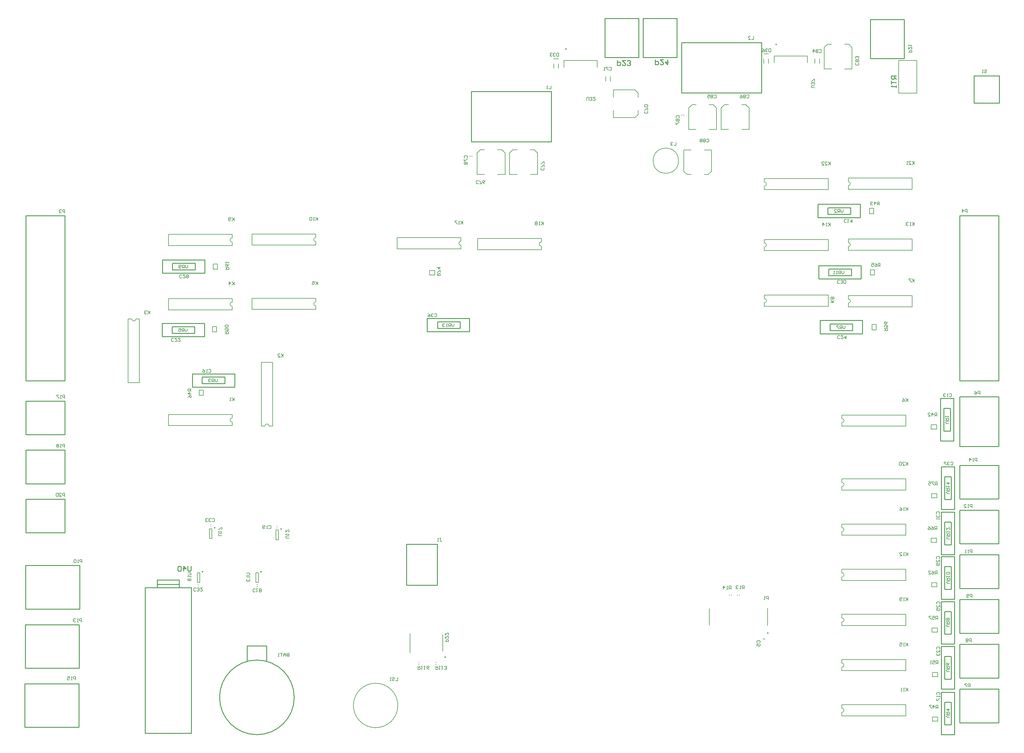
<source format=gbo>
%FSLAX25Y25*%
%MOIN*%
G70*
G01*
G75*
G04 Layer_Color=32896*
%ADD10R,0.01378X0.05512*%
%ADD11R,0.17716X0.12992*%
%ADD12R,0.07874X0.07087*%
%ADD13O,0.00787X0.02362*%
%ADD14O,0.01772X0.04528*%
%ADD15R,0.03740X0.02362*%
%ADD16R,0.04528X0.02362*%
%ADD17O,0.06299X0.01772*%
%ADD18R,0.05118X0.07480*%
%ADD19O,0.07087X0.02362*%
%ADD20O,0.02362X0.07284*%
%ADD21O,0.07284X0.02362*%
%ADD22R,0.03543X0.02953*%
%ADD23R,0.04331X0.11221*%
%ADD24R,0.22244X0.20866*%
%ADD25R,0.08268X0.08071*%
%ADD26R,0.14488X0.05000*%
%ADD27O,0.05512X0.08465*%
%ADD28R,0.05906X0.07874*%
%ADD29R,0.03543X0.03347*%
%ADD30R,0.05118X0.03937*%
%ADD31O,0.05512X0.01772*%
%ADD32O,0.05118X0.01772*%
%ADD33R,0.03150X0.06496*%
%ADD34R,0.03543X0.03150*%
%ADD35R,0.01969X0.02362*%
%ADD36R,0.03937X0.05118*%
%ADD37R,0.03150X0.03543*%
%ADD38R,0.02362X0.04528*%
%ADD39R,0.03347X0.03543*%
%ADD40R,0.02953X0.03543*%
%ADD41R,0.06496X0.03150*%
%ADD42R,0.07874X0.05906*%
%ADD43R,0.05512X0.01378*%
%ADD44R,0.12992X0.17716*%
%ADD45O,0.01772X0.05118*%
%ADD46C,0.03937*%
%ADD47C,0.01000*%
%ADD48C,0.00787*%
%ADD49C,0.02953*%
%ADD50C,0.03937*%
%ADD51C,0.01969*%
%ADD52C,0.04331*%
%ADD53C,0.02000*%
%ADD54C,0.07874*%
%ADD55C,0.08661*%
%ADD56C,0.06299*%
%ADD57C,0.05906*%
%ADD58C,0.01181*%
%ADD59C,0.11811*%
%ADD60C,0.02756*%
%ADD61C,0.01575*%
%ADD62C,0.05906*%
%ADD63C,0.06299*%
%ADD64C,0.06000*%
%ADD65C,0.11811*%
%ADD66C,0.07874*%
%ADD67R,0.05906X0.05906*%
%ADD68R,0.05906X0.05906*%
%ADD69O,0.04331X0.04724*%
%ADD70P,0.08097X8X292.5*%
%ADD71C,0.07480*%
%ADD72C,0.05512*%
%ADD73R,0.05512X0.09843*%
%ADD74O,0.05512X0.09843*%
%ADD75C,0.08661*%
%ADD76R,0.09843X0.05512*%
%ADD77O,0.09843X0.05512*%
%ADD78C,0.02598*%
%ADD79C,0.03150*%
%ADD80C,0.05000*%
%ADD81R,0.09843X0.14961*%
%ADD82R,0.03347X0.02559*%
%ADD83R,0.06496X0.04921*%
%ADD84R,0.05000X0.14488*%
%ADD85R,0.43307X0.31102*%
%ADD86R,0.04331X0.11417*%
%ADD87R,0.08858X0.09449*%
%ADD88R,0.08858X0.11417*%
%ADD89R,0.06890X0.08268*%
%ADD90R,0.06890X0.07087*%
%ADD91R,0.06890X0.11417*%
%ADD92R,0.14961X0.09843*%
%ADD93R,0.04921X0.06496*%
%ADD94C,0.09843*%
%ADD95C,0.11417*%
%ADD96C,0.04724*%
%ADD97C,0.00984*%
%ADD98C,0.02362*%
%ADD99C,0.00800*%
%ADD100C,0.11811*%
%ADD101C,0.00709*%
D47*
X1811276Y1432350D02*
G03*
X1811276Y1432350I-45276J0D01*
G01*
X1645213Y1569591D02*
Y1574709D01*
Y1574709D02*
X1671591D01*
Y1569591D02*
Y1574709D01*
X1630547Y1388980D02*
Y1565555D01*
X1686453Y1388980D02*
Y1565555D01*
X1658500Y1388980D02*
X1686453D01*
X1630547D02*
X1658500D01*
X1630547Y1565555D02*
X1658500D01*
X1686453D01*
X1658402Y1569591D02*
X1671591D01*
Y1565654D02*
Y1569591D01*
X1645213Y1565654D02*
Y1569591D01*
X1658402D01*
X1550039Y1419941D02*
Y1429980D01*
Y1410000D02*
Y1420039D01*
Y1410000D02*
Y1415020D01*
X1515000Y1396122D02*
X1549842D01*
X1549941D02*
Y1402520D01*
Y1448779D01*
X1515000Y1448878D02*
X1549941D01*
X1484488D02*
X1515000D01*
X1484488Y1442480D02*
Y1448878D01*
Y1396122D02*
Y1442480D01*
Y1396122D02*
X1515000D01*
X2280996Y2165890D02*
X2329500D01*
X2378004D01*
X2280996Y2226913D02*
X2329500D01*
X2378004D01*
X2280996Y2165890D02*
Y2226913D01*
X2378004Y2165890D02*
Y2226913D01*
X2635858Y2186634D02*
X2652000D01*
X2635858Y2178858D02*
Y2186634D01*
X2652000D02*
X2666468D01*
Y2178858D02*
Y2186634D01*
Y2153366D02*
Y2178858D01*
X2652000Y2153366D02*
X2666468D01*
X2635858D02*
Y2178858D01*
Y2153366D02*
X2652000D01*
X1754189Y1494949D02*
X1777811D01*
X1777811Y1476051D02*
Y1494949D01*
X1754189Y1476051D02*
Y1494949D01*
X2447496Y1940028D02*
X2498874D01*
Y1956169D01*
X2447594D02*
X2498874D01*
X2447496Y1956071D02*
X2447594Y1956169D01*
X2447496Y1940028D02*
Y1956071D01*
X2596028Y1712004D02*
X2612071D01*
X2612169Y1711905D01*
Y1660626D02*
Y1711905D01*
X2596028Y1660626D02*
X2612169D01*
X2596028D02*
Y1712004D01*
X1984815Y1576106D02*
Y1593429D01*
X1947315Y1576598D02*
Y1588016D01*
X1947315Y1588016D02*
X1947315Y1588016D01*
Y1601008D01*
Y1588016D02*
Y1601008D01*
Y1568528D02*
Y1601008D01*
Y1618134D01*
X1947413D02*
X1967000D01*
X1947413Y1568528D02*
X1967000D01*
X1984815D01*
Y1601008D01*
Y1618134D01*
X1967000D02*
X1984716D01*
X2618350Y1797236D02*
X2618390Y1797276D01*
X2665634D01*
Y1737079D02*
Y1797276D01*
X2618350Y1736803D02*
Y1797236D01*
Y1736803D02*
X2665358D01*
X2665634Y1737079D01*
X2234567Y2256213D02*
X2275472D01*
X2234567Y2208969D02*
X2275472D01*
Y2256291D02*
X2275512Y2256252D01*
Y2208929D02*
Y2256252D01*
X2234567Y2208969D02*
Y2256213D01*
Y2208969D02*
X2234606Y2208929D01*
X2618350Y1816618D02*
Y2016736D01*
Y1816618D02*
X2618429Y1816539D01*
X2665555D01*
X2665634Y1816618D01*
Y2016776D01*
X2618390D02*
X2665634D01*
X2618350Y2016736D02*
X2618390Y2016776D01*
X2595028Y1743626D02*
Y1795004D01*
Y1743626D02*
X2611169D01*
Y1794905D01*
X2611071Y1795004D02*
X2611169Y1794905D01*
X2595028Y1795004D02*
X2611071D01*
X2446496Y2014528D02*
Y2030571D01*
X2446594Y2030669D01*
X2497874D01*
Y2014528D02*
Y2030669D01*
X2446496Y2014528D02*
X2497874D01*
X1739004Y1808929D02*
Y1824972D01*
X1738906Y1808831D02*
X1739004Y1808929D01*
X1687626Y1808831D02*
X1738906D01*
X1687626D02*
Y1824972D01*
X1739004D01*
X2596028Y1387126D02*
Y1438504D01*
Y1387126D02*
X2612169D01*
Y1438406D01*
X2612071Y1438504D02*
X2612169Y1438406D01*
X2596028Y1438504D02*
X2612071D01*
X1650996Y1870028D02*
Y1886071D01*
X1651094Y1886169D01*
X1702374D01*
Y1870028D02*
Y1886169D01*
X1650996Y1870028D02*
X1702374D01*
X2596028Y1494004D02*
X2612071D01*
X2612169Y1493906D01*
Y1442626D02*
Y1493906D01*
X2596028Y1442626D02*
X2612169D01*
X2596028D02*
Y1494004D01*
X2448996Y1873528D02*
Y1889571D01*
X2449095Y1889669D01*
X2500374D01*
Y1873528D02*
Y1889669D01*
X2448996Y1873528D02*
X2500374D01*
X2596028Y1548504D02*
X2612071D01*
X2612169Y1548405D01*
Y1497126D02*
Y1548405D01*
X2596028Y1497126D02*
X2612169D01*
X2596028D02*
Y1548504D01*
X1651496Y1947028D02*
Y1963071D01*
X1651595Y1963169D01*
X1702874D01*
Y1947028D02*
Y1963169D01*
X1651496Y1947028D02*
X1702874D01*
X2596028Y1551626D02*
Y1603004D01*
Y1551626D02*
X2612169D01*
Y1602905D01*
X2612071Y1603004D02*
X2612169Y1602905D01*
X2596028Y1603004D02*
X2612071D01*
X2596028Y1657004D02*
X2612071D01*
X2612169Y1656906D01*
Y1605626D02*
Y1656906D01*
X2596028Y1605626D02*
X2612169D01*
X2596028D02*
Y1657004D01*
X1972496Y1876028D02*
Y1892071D01*
X1972594Y1892169D01*
X2023874D01*
Y1876028D02*
Y1892169D01*
X1972496Y1876028D02*
X2023874D01*
X2025996Y2106390D02*
X2074500D01*
X2123004D01*
X2025996Y2167413D02*
X2074500D01*
X2123004D01*
X2025996Y2106390D02*
Y2167413D01*
X2123004Y2106390D02*
Y2167413D01*
X1533150Y1816579D02*
Y2016697D01*
X1533071Y2016776D02*
X1533150Y2016697D01*
X1485945Y2016776D02*
X1533071D01*
X1485866Y2016697D02*
X1485945Y2016776D01*
X1485866Y1816539D02*
Y2016697D01*
Y1816539D02*
X1533110D01*
X1533150Y1816579D01*
X2618429Y1442394D02*
X2618468Y1442433D01*
X2665713D01*
X2618429Y1401488D02*
X2665752D01*
X2665791Y1401528D01*
X2618468D02*
Y1442433D01*
X2665713Y1401528D02*
Y1442433D01*
X2618429Y1496694D02*
X2618468Y1496733D01*
X2665713D01*
X2618429Y1455788D02*
X2665752D01*
X2665791Y1455828D01*
X2618468D02*
Y1496733D01*
X2665713Y1455828D02*
Y1496733D01*
X2618429Y1550994D02*
X2618468Y1551033D01*
X2665713D01*
X2618429Y1510088D02*
X2665752D01*
X2665791Y1510128D01*
X2618468D02*
Y1551033D01*
X2665713Y1510128D02*
Y1551033D01*
X1551039Y1563441D02*
Y1573480D01*
Y1553500D02*
Y1563539D01*
Y1553500D02*
Y1558520D01*
X1516000Y1539622D02*
X1550842D01*
X1550941D02*
Y1546020D01*
Y1592280D01*
X1516000Y1592378D02*
X1550941D01*
X1485488D02*
X1516000D01*
X1485488Y1585980D02*
Y1592378D01*
Y1539622D02*
Y1585980D01*
Y1539622D02*
X1516000D01*
X2618429Y1605294D02*
X2618468Y1605333D01*
X2665713D01*
X2618429Y1564388D02*
X2665752D01*
X2665791Y1564428D01*
X2618468D02*
Y1605333D01*
X2665713Y1564428D02*
Y1605333D01*
X2618429Y1659594D02*
X2618468Y1659633D01*
X2665713D01*
X2618429Y1618688D02*
X2665752D01*
X2665791Y1618728D01*
X2618468D02*
Y1659633D01*
X2665713Y1618728D02*
Y1659633D01*
X1550539Y1491691D02*
Y1501730D01*
Y1481750D02*
Y1491789D01*
Y1481750D02*
Y1486770D01*
X1515500Y1467872D02*
X1550342D01*
X1550441D02*
Y1474270D01*
Y1520529D01*
X1515500Y1520628D02*
X1550441D01*
X1484988D02*
X1515500D01*
X1484988Y1514230D02*
Y1520628D01*
Y1467872D02*
Y1514230D01*
Y1467872D02*
X1515500D01*
X2618429Y1713894D02*
X2618468Y1713933D01*
X2665713D01*
X2618429Y1672988D02*
X2665752D01*
X2665791Y1673028D01*
X2618468D02*
Y1713933D01*
X2665713Y1673028D02*
Y1713933D01*
X1533031Y1750988D02*
X1533071Y1751027D01*
X1485787Y1750988D02*
X1533031D01*
X1485748Y1791933D02*
X1533071D01*
X1485709Y1791894D02*
X1485748Y1791933D01*
X1533031Y1750988D02*
Y1791894D01*
X1485787Y1750988D02*
Y1791894D01*
X1533031Y1691488D02*
X1533071Y1691528D01*
X1485787Y1691488D02*
X1533031D01*
X1485748Y1732433D02*
X1533071D01*
X1485709Y1732394D02*
X1485748Y1732433D01*
X1533031Y1691488D02*
Y1732394D01*
X1485787Y1691488D02*
Y1732394D01*
X1533031Y1631988D02*
X1533071Y1632027D01*
X1485787Y1631988D02*
X1533031D01*
X1485748Y1672933D02*
X1533071D01*
X1485709Y1672894D02*
X1485748Y1672933D01*
X1533031Y1631988D02*
Y1672894D01*
X1485787Y1631988D02*
Y1672894D01*
X2510067Y2207468D02*
X2510106Y2207429D01*
X2510067Y2207468D02*
Y2254713D01*
X2551012Y2207429D02*
Y2254752D01*
X2550972Y2254791D02*
X2551012Y2254752D01*
X2510067Y2207468D02*
X2550972D01*
X2510067Y2254713D02*
X2550972D01*
X2188067Y2256213D02*
X2228972D01*
X2188067Y2208969D02*
X2228972D01*
Y2256291D02*
X2229012Y2256252D01*
Y2208929D02*
Y2256252D01*
X2188067Y2208969D02*
Y2256213D01*
Y2208969D02*
X2188106Y2208929D01*
X1727000Y1813000D02*
Y1821000D01*
X1699500Y1813000D02*
X1727000D01*
X1699500D02*
Y1820500D01*
X1700000Y1821000D02*
X1727000D01*
X1699500Y1820500D02*
X1700000Y1821000D01*
X1690500Y1874000D02*
Y1882000D01*
X1663000Y1874000D02*
X1690500D01*
X1663000D02*
Y1881500D01*
X1663500Y1882000D02*
X1690500D01*
X1663000Y1881500D02*
X1663500Y1882000D01*
X2012500Y1880000D02*
Y1888000D01*
X1985000Y1880000D02*
X2012500D01*
X1985000D02*
Y1887500D01*
X1985500Y1888000D02*
X2012500D01*
X1985000Y1887500D02*
X1985500Y1888000D01*
X2600000Y1399000D02*
X2608000D01*
X2600000D02*
Y1426500D01*
X2607500D01*
X2608000Y1399000D02*
Y1426000D01*
X2607500Y1426500D02*
X2608000Y1426000D01*
X2600000Y1454500D02*
X2608000D01*
X2600000D02*
Y1482000D01*
X2607500D01*
X2608000Y1454500D02*
Y1481500D01*
X2607500Y1482000D02*
X2608000Y1481500D01*
X2600000Y1509000D02*
X2608000D01*
X2600000D02*
Y1536500D01*
X2607500D01*
X2608000Y1509000D02*
Y1536000D01*
X2607500Y1536500D02*
X2608000Y1536000D01*
X2600000Y1563500D02*
X2608000D01*
X2600000D02*
Y1591000D01*
X2607500D01*
X2608000Y1563500D02*
Y1590500D01*
X2607500Y1591000D02*
X2608000Y1590500D01*
X2600000Y1617500D02*
X2608000D01*
X2600000D02*
Y1645000D01*
X2607500D01*
X2608000Y1617500D02*
Y1644500D01*
X2607500Y1645000D02*
X2608000Y1644500D01*
X2600000Y1672500D02*
X2608000D01*
X2600000D02*
Y1700000D01*
X2607500D01*
X2608000Y1672500D02*
Y1699500D01*
X2607500Y1700000D02*
X2608000Y1699500D01*
X2599000Y1755500D02*
X2607000D01*
X2599000D02*
Y1783000D01*
X2606500D01*
X2607000Y1755500D02*
Y1782500D01*
X2606500Y1783000D02*
X2607000Y1782500D01*
X2488500Y1877500D02*
Y1885500D01*
X2461000Y1877500D02*
X2488500D01*
X2461000D02*
Y1885000D01*
X2461500Y1885500D02*
X2488500D01*
X2461000Y1885000D02*
X2461500Y1885500D01*
X2487000Y1944000D02*
Y1952000D01*
X2459500Y1944000D02*
X2487000D01*
X2459500D02*
Y1951500D01*
X2460000Y1952000D02*
X2487000D01*
X2459500Y1951500D02*
X2460000Y1952000D01*
X2486000Y2018500D02*
Y2026500D01*
X2458500Y2018500D02*
X2486000D01*
X2458500D02*
Y2026000D01*
X2459000Y2026500D02*
X2486000D01*
X2458500Y2026000D02*
X2459000Y2026500D01*
X1663500Y1958500D02*
X1664000Y1959000D01*
X1691000D01*
X1663500Y1951000D02*
Y1958500D01*
Y1951000D02*
X1691000D01*
Y1959000D01*
X1686000Y1591498D02*
Y1586500D01*
X1685000Y1585500D01*
X1683001D01*
X1682001Y1586500D01*
Y1591498D01*
X1677003Y1585500D02*
Y1591498D01*
X1680002Y1588499D01*
X1676003D01*
X1674004Y1590498D02*
X1673004Y1591498D01*
X1671005D01*
X1670005Y1590498D01*
Y1586500D01*
X1671005Y1585500D01*
X1673004D01*
X1674004Y1586500D01*
Y1590498D01*
X2541500Y2186500D02*
X2535502D01*
Y2183501D01*
X2536502Y2182501D01*
X2538501D01*
X2539501Y2183501D01*
Y2186500D01*
Y2184501D02*
X2541500Y2182501D01*
X2535502Y2180502D02*
Y2176503D01*
Y2178503D01*
X2541500D01*
Y2174504D02*
Y2172504D01*
Y2173504D01*
X2535502D01*
X2536502Y2174504D01*
X2249000Y2206000D02*
Y2200002D01*
X2251999D01*
X2252999Y2201002D01*
Y2203001D01*
X2251999Y2204001D01*
X2249000D01*
X2258997Y2206000D02*
X2254998D01*
X2258997Y2202001D01*
Y2201002D01*
X2257997Y2200002D01*
X2255998D01*
X2254998Y2201002D01*
X2263995Y2206000D02*
Y2200002D01*
X2260996Y2203001D01*
X2264995D01*
X2203000Y2205000D02*
Y2199002D01*
X2205999D01*
X2206999Y2200002D01*
Y2202001D01*
X2205999Y2203001D01*
X2203000D01*
X2212997Y2205000D02*
X2208998D01*
X2212997Y2201001D01*
Y2200002D01*
X2211997Y2199002D01*
X2209998D01*
X2208998Y2200002D01*
X2214996D02*
X2215996Y2199002D01*
X2217995D01*
X2218995Y2200002D01*
Y2201001D01*
X2217995Y2202001D01*
X2216995D01*
X2217995D01*
X2218995Y2203001D01*
Y2204000D01*
X2217995Y2205000D01*
X2215996D01*
X2214996Y2204000D01*
D48*
X2277354Y2083500D02*
G03*
X2277354Y2083500I-15354J0D01*
G01*
X1936968Y1422500D02*
G03*
X1936968Y1422500I-26969J0D01*
G01*
X2381575Y2052654D02*
G03*
X2381575Y2057653I0J2500D01*
G01*
X1735925Y1771346D02*
G03*
X1735925Y1766347I0J-2500D01*
G01*
X1780846Y1761575D02*
G03*
X1775846Y1761575I-2500J0D01*
G01*
X1614153Y1891425D02*
G03*
X1619154Y1891425I2500J0D01*
G01*
X1735925Y1911847D02*
G03*
X1735925Y1906846I0J-2500D01*
G01*
X1837425Y1912346D02*
G03*
X1837425Y1907347I0J-2500D01*
G01*
X2475575Y1765653D02*
G03*
X2475575Y1770654I0J2500D01*
G01*
X2483309Y1910604D02*
G03*
X2483309Y1915604I0J2500D01*
G01*
X2381575Y1911153D02*
G03*
X2381575Y1916154I0J2500D01*
G01*
X1735925Y1989846D02*
G03*
X1735925Y1984846I0J-2500D01*
G01*
X1837425Y1990347D02*
G03*
X1837425Y1985346I0J-2500D01*
G01*
X2475575Y1414153D02*
G03*
X2475575Y1419153I0J2500D01*
G01*
Y1578553D02*
G03*
X2475575Y1583554I0J2500D01*
G01*
X2483309Y1979153D02*
G03*
X2483309Y1984154I0J2500D01*
G01*
X2381575Y1978654D02*
G03*
X2381575Y1983653I0J2500D01*
G01*
X2475575Y1468954D02*
G03*
X2475575Y1473954I0J2500D01*
G01*
Y1633353D02*
G03*
X2475575Y1638354I0J2500D01*
G01*
X2013425Y1985847D02*
G03*
X2013425Y1980846I0J-2500D01*
G01*
X2110925Y1984846D02*
G03*
X2110925Y1979847I0J-2500D01*
G01*
X2475575Y1523754D02*
G03*
X2475575Y1528753I0J2500D01*
G01*
Y1688153D02*
G03*
X2475575Y1693154I0J2500D01*
G01*
X2483309Y2053153D02*
G03*
X2483309Y2058154I0J2500D01*
G01*
X2287587Y2066654D02*
X2292706D01*
X2283650Y2070591D02*
X2287587Y2066654D01*
X2283650Y2070591D02*
Y2070591D01*
Y2096575D01*
X2292706D01*
X2308454D02*
X2317509D01*
Y2070591D02*
Y2096575D01*
Y2070591D02*
Y2070591D01*
X2313572Y2066654D02*
X2317509Y2070591D01*
X2308454Y2066654D02*
X2313572D01*
X1693638Y1571807D02*
Y1583618D01*
X1696787Y1571807D02*
Y1583618D01*
X1693638Y1571807D02*
X1696787D01*
X1693638Y1583618D02*
X1696787D01*
X2590748Y1674441D02*
Y1679559D01*
X2584252Y1674441D02*
Y1679559D01*
Y1674441D02*
X2590748D01*
X2584252Y1679559D02*
X2590748D01*
X2544378Y2165354D02*
Y2205216D01*
X2566327D01*
Y2165354D02*
Y2205216D01*
X2544378Y2165354D02*
X2566327D01*
X2385008Y1519961D02*
X2385500D01*
Y1531673D01*
Y1528327D02*
Y1540039D01*
X2385008D02*
X2385500D01*
X2314634Y1528327D02*
Y1540039D01*
Y1519961D02*
Y1531673D01*
X2433579Y2202362D02*
Y2210630D01*
X2393421D02*
X2433579D01*
X2393421Y2202362D02*
Y2210630D01*
X2380744Y2213161D02*
X2386256D01*
X2380646Y2201744D02*
Y2207256D01*
X2386354Y2201744D02*
Y2207256D01*
X1991449Y1488461D02*
Y1500173D01*
Y1496827D02*
Y1508539D01*
X1951842Y1498047D02*
Y1509760D01*
X1951882Y1486551D02*
Y1498264D01*
X2381575Y2057653D02*
Y2061945D01*
Y2048362D02*
Y2052654D01*
Y2048362D02*
X2458917D01*
Y2061945D01*
X2381575D02*
X2458917D01*
X2379720Y1503102D02*
X2382280D01*
X1765819Y1567031D02*
X1766606D01*
X1765819Y1569394D02*
X1766606D01*
X1790106Y1637819D02*
X1790894D01*
X1790106Y1640181D02*
X1790894D01*
X1694319Y1567031D02*
X1695106D01*
X1694319Y1569394D02*
X1695106D01*
X1709606Y1639319D02*
X1710394D01*
X1709606Y1641681D02*
X1710394D01*
X2228346Y2139587D02*
Y2144706D01*
X2224409Y2135650D02*
X2228346Y2139587D01*
X2224409Y2135650D02*
X2224409D01*
X2198425D02*
X2224409D01*
X2198425D02*
Y2144706D01*
Y2160454D02*
Y2169509D01*
X2224409D01*
X2224409D01*
X2228346Y2165572D01*
Y2160454D02*
Y2165572D01*
X2189146Y2180244D02*
Y2185756D01*
X2194854Y2180244D02*
Y2185756D01*
X2057874Y2096855D02*
X2062992D01*
X2066929Y2092918D01*
Y2092918D02*
Y2092918D01*
Y2066934D02*
Y2092918D01*
X2057874Y2066934D02*
X2066929D01*
X2033071D02*
X2042126D01*
X2033071D02*
Y2092918D01*
Y2092918D01*
X2037008Y2096855D01*
X2042126D01*
X2097374D02*
X2102492D01*
X2106429Y2092918D01*
Y2092918D02*
Y2092918D01*
Y2066934D02*
Y2092918D01*
X2097374Y2066934D02*
X2106429D01*
X2072571D02*
X2081626D01*
X2072571D02*
Y2092918D01*
Y2092918D01*
X2076508Y2096855D01*
X2081626D01*
X2024319Y2088606D02*
Y2089394D01*
X2026681Y2088606D02*
Y2089394D01*
X2478794Y2224846D02*
X2483913D01*
X2487850Y2220909D01*
Y2220909D02*
Y2220909D01*
Y2194925D02*
Y2220909D01*
X2478794Y2194925D02*
X2487850D01*
X2453991D02*
X2463046D01*
X2453991D02*
Y2220909D01*
Y2220909D01*
X2457928Y2224846D01*
X2463046D01*
X2442646Y2201744D02*
Y2207256D01*
X2448354Y2201744D02*
Y2207256D01*
X2314454Y2151346D02*
X2319572D01*
X2323509Y2147409D01*
Y2147409D02*
Y2147409D01*
Y2121425D02*
Y2147409D01*
X2314454Y2121425D02*
X2323509D01*
X2289650D02*
X2298705D01*
X2289650D02*
Y2147409D01*
Y2147409D01*
X2293587Y2151346D01*
X2298705D01*
X2353954D02*
X2359072D01*
X2363009Y2147409D01*
Y2147409D02*
Y2147409D01*
Y2121425D02*
Y2147409D01*
X2353954Y2121425D02*
X2363009D01*
X2329150D02*
X2338206D01*
X2329150D02*
Y2147409D01*
Y2147409D01*
X2333087Y2151346D01*
X2338206D01*
X2281319Y2138606D02*
Y2139394D01*
X2283681Y2138606D02*
Y2139394D01*
X2126244Y2207161D02*
X2131756D01*
X2126146Y2195744D02*
Y2201256D01*
X2131854Y2195744D02*
Y2201256D01*
X1735925Y1762055D02*
Y1766347D01*
Y1771346D02*
Y1775638D01*
X1658583D02*
X1735925D01*
X1658583Y1762055D02*
Y1775638D01*
Y1762055D02*
X1735925D01*
X1771555Y1761575D02*
X1775846D01*
X1780846D02*
X1785138D01*
Y1838917D01*
X1771555D02*
X1785138D01*
X1771555Y1761575D02*
Y1838917D01*
X1619154Y1891425D02*
X1623445D01*
X1609862D02*
X1614153D01*
X1609862Y1814083D02*
Y1891425D01*
Y1814083D02*
X1623445D01*
Y1891425D01*
X1735925Y1902555D02*
Y1906846D01*
Y1911847D02*
Y1916138D01*
X1658583D02*
X1735925D01*
X1658583Y1902555D02*
Y1916138D01*
Y1902555D02*
X1735925D01*
X1837425Y1903055D02*
Y1907347D01*
Y1912346D02*
Y1916638D01*
X1760083D02*
X1837425D01*
X1760083Y1903055D02*
Y1916638D01*
Y1903055D02*
X1837425D01*
X2475575Y1770654D02*
Y1774945D01*
Y1761362D02*
Y1765653D01*
Y1761362D02*
X2552917D01*
Y1774945D01*
X2475575D02*
X2552917D01*
X2483309Y1915604D02*
Y1919896D01*
Y1906313D02*
Y1910604D01*
Y1906313D02*
X2560652D01*
Y1919896D01*
X2483309D02*
X2560652D01*
X2381575Y1916154D02*
Y1920445D01*
Y1906862D02*
Y1911153D01*
Y1906862D02*
X2458917D01*
Y1920445D01*
X2381575D02*
X2458917D01*
X1735925Y1980555D02*
Y1984846D01*
Y1989846D02*
Y1994138D01*
X1658583D02*
X1735925D01*
X1658583Y1980555D02*
Y1994138D01*
Y1980555D02*
X1735925D01*
X1837425Y1981055D02*
Y1985346D01*
Y1990347D02*
Y1994638D01*
X1760083D02*
X1837425D01*
X1760083Y1981055D02*
Y1994638D01*
Y1981055D02*
X1837425D01*
X2475575Y1419153D02*
Y1423445D01*
Y1409862D02*
Y1414153D01*
Y1409862D02*
X2552917D01*
Y1423445D01*
X2475575D02*
X2552917D01*
X2475575Y1583554D02*
Y1587845D01*
Y1574262D02*
Y1578553D01*
Y1574262D02*
X2552917D01*
Y1587845D01*
X2475575D02*
X2552917D01*
X2483309Y1984154D02*
Y1988445D01*
Y1974862D02*
Y1979153D01*
Y1974862D02*
X2560652D01*
Y1988445D01*
X2483309D02*
X2560652D01*
X2381575Y1983653D02*
Y1987945D01*
Y1974362D02*
Y1978654D01*
Y1974362D02*
X2458917D01*
Y1987945D01*
X2381575D02*
X2458917D01*
X2475575Y1473954D02*
Y1478245D01*
Y1464662D02*
Y1468954D01*
Y1464662D02*
X2552917D01*
Y1478245D01*
X2475575D02*
X2552917D01*
X2475575Y1638354D02*
Y1642645D01*
Y1629062D02*
Y1633353D01*
Y1629062D02*
X2552917D01*
Y1642645D01*
X2475575D02*
X2552917D01*
X2013425Y1976555D02*
Y1980846D01*
Y1985847D02*
Y1990138D01*
X1936083D02*
X2013425D01*
X1936083Y1976555D02*
Y1990138D01*
Y1976555D02*
X2013425D01*
X2110925Y1975555D02*
Y1979847D01*
Y1984846D02*
Y1989138D01*
X2033583D02*
X2110925D01*
X2033583Y1975555D02*
Y1989138D01*
Y1975555D02*
X2110925D01*
X2475575Y1528753D02*
Y1533045D01*
Y1519462D02*
Y1523754D01*
Y1519462D02*
X2552917D01*
Y1533045D01*
X2475575D02*
X2552917D01*
X2475575Y1693154D02*
Y1697445D01*
Y1683862D02*
Y1688153D01*
Y1683862D02*
X2552917D01*
Y1697445D01*
X2475575D02*
X2552917D01*
X2483309Y2058154D02*
Y2062445D01*
Y2048862D02*
Y2053153D01*
Y2048862D02*
X2560652D01*
Y2062445D01*
X2483309D02*
X2560652D01*
X2351181Y1556106D02*
Y1556894D01*
X2348819Y1556106D02*
Y1556894D01*
X2341681Y1556106D02*
Y1556894D01*
X2339319Y1556106D02*
Y1556894D01*
X2590248Y1757941D02*
Y1763059D01*
X2583752Y1757941D02*
Y1763059D01*
Y1757941D02*
X2590248D01*
X2583752Y1763059D02*
X2590248D01*
X2508941Y2019252D02*
X2514059D01*
X2508941Y2025748D02*
X2514059D01*
X2508941Y2019252D02*
Y2025748D01*
X2514059Y2019252D02*
Y2025748D01*
X1695941Y1798752D02*
X1701059D01*
X1695941Y1805248D02*
X1701059D01*
X1695941Y1798752D02*
Y1805248D01*
X1701059Y1798752D02*
Y1805248D01*
X2591748Y1403441D02*
Y1408559D01*
X2585252Y1403441D02*
Y1408559D01*
Y1403441D02*
X2591748D01*
X2585252Y1408559D02*
X2591748D01*
X1711941Y1875752D02*
X1717059D01*
X1711941Y1882248D02*
X1717059D01*
X1711941Y1875752D02*
Y1882248D01*
X1717059Y1875752D02*
Y1882248D01*
X2591748Y1457441D02*
Y1462559D01*
X2585252Y1457441D02*
Y1462559D01*
Y1457441D02*
X2591748D01*
X2585252Y1462559D02*
X2591748D01*
X2511941Y1878252D02*
X2517059D01*
X2511941Y1884748D02*
X2517059D01*
X2511941Y1878252D02*
Y1884748D01*
X2517059Y1878252D02*
Y1884748D01*
X2591248Y1511441D02*
Y1516559D01*
X2584752Y1511441D02*
Y1516559D01*
Y1511441D02*
X2591248D01*
X2584752Y1516559D02*
X2591248D01*
X1712941Y1951752D02*
X1718059D01*
X1712941Y1958248D02*
X1718059D01*
X1712941Y1951752D02*
Y1958248D01*
X1718059Y1951752D02*
Y1958248D01*
X2590748Y1566441D02*
Y1571559D01*
X2584252Y1566441D02*
Y1571559D01*
Y1566441D02*
X2590748D01*
X2584252Y1571559D02*
X2590748D01*
X2509941Y1944752D02*
X2515059D01*
X2509941Y1951248D02*
X2515059D01*
X2509941Y1944752D02*
Y1951248D01*
X2515059Y1944752D02*
Y1951248D01*
X2590248Y1620441D02*
Y1625559D01*
X2583752Y1620441D02*
Y1625559D01*
Y1620441D02*
X2590248D01*
X2583752Y1625559D02*
X2590248D01*
X1981748Y1944941D02*
Y1950059D01*
X1975252Y1944941D02*
Y1950059D01*
Y1944941D02*
X1981748D01*
X1975252Y1950059D02*
X1981748D01*
X1982606Y1474681D02*
X1983394D01*
X1982606Y1472319D02*
X1983394D01*
X1962106Y1472319D02*
X1962894D01*
X1962106Y1474681D02*
X1962894D01*
X1788925Y1623594D02*
Y1635406D01*
X1792075Y1623594D02*
Y1635406D01*
X1788925Y1623594D02*
X1792075D01*
X1788925Y1635406D02*
X1792075D01*
X1764638Y1571807D02*
Y1583618D01*
X1767787Y1571807D02*
Y1583618D01*
X1764638Y1571807D02*
X1767787D01*
X1764638Y1583618D02*
X1767787D01*
X1708425Y1625094D02*
Y1636905D01*
X1711575Y1625094D02*
Y1636905D01*
X1708425Y1625094D02*
X1711575D01*
X1708425Y1636905D02*
X1711575D01*
X2178579Y2196862D02*
Y2205130D01*
X2138421D02*
X2178579D01*
X2138421Y2196862D02*
Y2205130D01*
X2311376Y2109280D02*
X2312032Y2109936D01*
X2313344D01*
X2314000Y2109280D01*
Y2106656D01*
X2313344Y2106000D01*
X2312032D01*
X2311376Y2106656D01*
X2310064Y2109280D02*
X2309408Y2109936D01*
X2308096D01*
X2307440Y2109280D01*
Y2108624D01*
X2308096Y2107968D01*
X2307440Y2107312D01*
Y2106656D01*
X2308096Y2106000D01*
X2309408D01*
X2310064Y2106656D01*
Y2107312D01*
X2309408Y2107968D01*
X2310064Y2108624D01*
Y2109280D01*
X2309408Y2107968D02*
X2308096D01*
X2306129Y2109280D02*
X2305473Y2109936D01*
X2304161D01*
X2303505Y2109280D01*
Y2108624D01*
X2304161Y2107968D01*
X2303505Y2107312D01*
Y2106656D01*
X2304161Y2106000D01*
X2305473D01*
X2306129Y2106656D01*
Y2107312D01*
X2305473Y2107968D01*
X2306129Y2108624D01*
Y2109280D01*
X2305473Y2107968D02*
X2304161D01*
X1682064Y1583500D02*
X1685344D01*
X1686000Y1582844D01*
Y1581532D01*
X1685344Y1580876D01*
X1682064D01*
X1686000Y1579564D02*
Y1578252D01*
Y1578908D01*
X1682064D01*
X1682720Y1579564D01*
Y1576285D02*
X1682064Y1575628D01*
Y1574317D01*
X1682720Y1573661D01*
X1683376D01*
X1684032Y1574317D01*
X1684688Y1573661D01*
X1685344D01*
X1686000Y1574317D01*
Y1575628D01*
X1685344Y1576285D01*
X1684688D01*
X1684032Y1575628D01*
X1683376Y1576285D01*
X1682720D01*
X1684032Y1575628D02*
Y1574317D01*
X1546000Y1453500D02*
Y1457436D01*
X1544032D01*
X1543376Y1456780D01*
Y1455468D01*
X1544032Y1454812D01*
X1546000D01*
X1542064Y1453500D02*
X1540752D01*
X1541408D01*
Y1457436D01*
X1542064Y1456780D01*
X1536161Y1457436D02*
X1538785D01*
Y1455468D01*
X1537473Y1456124D01*
X1536817D01*
X1536161Y1455468D01*
Y1454156D01*
X1536817Y1453500D01*
X1538128D01*
X1538785Y1454156D01*
X2591100Y1689900D02*
Y1693836D01*
X2589132D01*
X2588476Y1693180D01*
Y1691868D01*
X2589132Y1691212D01*
X2591100D01*
X2589788D02*
X2588476Y1689900D01*
X2587164Y1693836D02*
X2584540D01*
Y1693180D01*
X2587164Y1690556D01*
Y1689900D01*
X2580605Y1693836D02*
X2583228D01*
Y1691868D01*
X2581917Y1692524D01*
X2581261D01*
X2580605Y1691868D01*
Y1690556D01*
X2581261Y1689900D01*
X2582573D01*
X2583228Y1690556D01*
X2368500Y2234436D02*
Y2230500D01*
X2365876D01*
X2361940D02*
X2364564D01*
X2361940Y2233124D01*
Y2233780D01*
X2362596Y2234436D01*
X2363908D01*
X2364564Y2233780D01*
X2386300Y1551000D02*
Y1554936D01*
X2384332D01*
X2383676Y1554280D01*
Y1552968D01*
X2384332Y1552312D01*
X2386300D01*
X2382364Y1551000D02*
X2381052D01*
X2381708D01*
Y1554936D01*
X2382364Y1554280D01*
X2274500Y2105936D02*
Y2102000D01*
X2271876D01*
X2270564Y2105280D02*
X2269908Y2105936D01*
X2268596D01*
X2267940Y2105280D01*
Y2104624D01*
X2268596Y2103968D01*
X2269252D01*
X2268596D01*
X2267940Y2103312D01*
Y2102656D01*
X2268596Y2102000D01*
X2269908D01*
X2270564Y2102656D01*
X2442436Y2172000D02*
X2439156D01*
X2438500Y2172656D01*
Y2173968D01*
X2439156Y2174624D01*
X2442436D01*
X2441780Y2175936D02*
X2442436Y2176592D01*
Y2177904D01*
X2441780Y2178560D01*
X2441124D01*
X2440468Y2177904D01*
Y2177248D01*
Y2177904D01*
X2439812Y2178560D01*
X2439156D01*
X2438500Y2177904D01*
Y2176592D01*
X2439156Y2175936D01*
X2442436Y2179872D02*
Y2182495D01*
X2441780D01*
X2439156Y2179872D01*
X2438500D01*
X2389500Y2219436D02*
Y2215500D01*
X2387532D01*
X2386876Y2216156D01*
Y2218780D01*
X2387532Y2219436D01*
X2389500D01*
X2385564Y2218780D02*
X2384908Y2219436D01*
X2383596D01*
X2382940Y2218780D01*
Y2218124D01*
X2383596Y2217468D01*
X2384252D01*
X2383596D01*
X2382940Y2216812D01*
Y2216156D01*
X2383596Y2215500D01*
X2384908D01*
X2385564Y2216156D01*
X2379005Y2219436D02*
X2380317Y2218780D01*
X2381628Y2217468D01*
Y2216156D01*
X2380973Y2215500D01*
X2379661D01*
X2379005Y2216156D01*
Y2216812D01*
X2379661Y2217468D01*
X2381628D01*
X1994500Y1500000D02*
X1998436D01*
Y1501968D01*
X1997780Y1502624D01*
X1996468D01*
X1995812Y1501968D01*
Y1500000D01*
X1994500Y1506560D02*
Y1503936D01*
X1997124Y1506560D01*
X1997780D01*
X1998436Y1505904D01*
Y1504592D01*
X1997780Y1503936D01*
X1994500Y1510495D02*
Y1507872D01*
X1997124Y1510495D01*
X1997780D01*
X1998436Y1509839D01*
Y1508527D01*
X1997780Y1507872D01*
X1936600Y1456536D02*
Y1452600D01*
X1933976D01*
X1930040Y1455880D02*
X1930696Y1456536D01*
X1932008D01*
X1932664Y1455880D01*
Y1455224D01*
X1932008Y1454568D01*
X1930696D01*
X1930040Y1453912D01*
Y1453256D01*
X1930696Y1452600D01*
X1932008D01*
X1932664Y1453256D01*
X1928728Y1452600D02*
X1927417D01*
X1928073D01*
Y1456536D01*
X1928728Y1455880D01*
X2648376Y2193280D02*
X2649032Y2193936D01*
X2650344D01*
X2651000Y2193280D01*
Y2192624D01*
X2650344Y2191968D01*
X2649032D01*
X2648376Y2191312D01*
Y2190656D01*
X2649032Y2190000D01*
X2650344D01*
X2651000Y2190656D01*
X2647064Y2190000D02*
X2645752D01*
X2646408D01*
Y2193936D01*
X2647064Y2193280D01*
X1805000Y1485936D02*
Y1482000D01*
X1803032D01*
X1802376Y1482656D01*
Y1483312D01*
X1803032Y1483968D01*
X1805000D01*
X1803032D01*
X1802376Y1484624D01*
Y1485280D01*
X1803032Y1485936D01*
X1805000D01*
X1801064Y1482000D02*
Y1484624D01*
X1799752Y1485936D01*
X1798440Y1484624D01*
Y1482000D01*
Y1483968D01*
X1801064D01*
X1797128Y1485936D02*
X1794505D01*
X1795817D01*
Y1482000D01*
X1793193D02*
X1791881D01*
X1792537D01*
Y1485936D01*
X1793193Y1485280D01*
X2472624Y1935220D02*
X2471968Y1934564D01*
X2470656D01*
X2470000Y1935220D01*
Y1937844D01*
X2470656Y1938500D01*
X2471968D01*
X2472624Y1937844D01*
X2473936Y1935220D02*
X2474592Y1934564D01*
X2475904D01*
X2476560Y1935220D01*
Y1935876D01*
X2475904Y1936532D01*
X2475248D01*
X2475904D01*
X2476560Y1937188D01*
Y1937844D01*
X2475904Y1938500D01*
X2474592D01*
X2473936Y1937844D01*
X2477872Y1935220D02*
X2478527Y1934564D01*
X2479839D01*
X2480495Y1935220D01*
Y1937844D01*
X2479839Y1938500D01*
X2478527D01*
X2477872Y1937844D01*
Y1935220D01*
X2607376Y1717280D02*
X2608032Y1717936D01*
X2609344D01*
X2610000Y1717280D01*
Y1714656D01*
X2609344Y1714000D01*
X2608032D01*
X2607376Y1714656D01*
X2606064Y1717280D02*
X2605408Y1717936D01*
X2604096D01*
X2603440Y1717280D01*
Y1716624D01*
X2604096Y1715968D01*
X2604752D01*
X2604096D01*
X2603440Y1715312D01*
Y1714656D01*
X2604096Y1714000D01*
X2605408D01*
X2606064Y1714656D01*
X2602128Y1717936D02*
X2599505D01*
Y1717280D01*
X2602128Y1714656D01*
Y1714000D01*
X2461500Y2082236D02*
Y2078300D01*
Y2079612D01*
X2458876Y2082236D01*
X2460844Y2080268D01*
X2458876Y2078300D01*
X2454940D02*
X2457564D01*
X2454940Y2080924D01*
Y2081580D01*
X2455596Y2082236D01*
X2456908D01*
X2457564Y2081580D01*
X2451005Y2078300D02*
X2453629D01*
X2451005Y2080924D01*
Y2081580D01*
X2451661Y2082236D01*
X2452973D01*
X2453629Y2081580D01*
X1987776Y1625336D02*
X1989088D01*
X1988432D01*
Y1622056D01*
X1989088Y1621400D01*
X1989744D01*
X1990400Y1622056D01*
X1986464Y1621400D02*
X1985152D01*
X1985808D01*
Y1625336D01*
X1986464Y1624680D01*
X2643000Y1800000D02*
Y1803936D01*
X2641032D01*
X2640376Y1803280D01*
Y1801968D01*
X2641032Y1801312D01*
X2643000D01*
X2636440Y1803936D02*
X2637752Y1803280D01*
X2639064Y1801968D01*
Y1800656D01*
X2638408Y1800000D01*
X2637096D01*
X2636440Y1800656D01*
Y1801312D01*
X2637096Y1801968D01*
X2639064D01*
X2627500Y2020500D02*
Y2024436D01*
X2625532D01*
X2624876Y2023780D01*
Y2022468D01*
X2625532Y2021812D01*
X2627500D01*
X2621596Y2020500D02*
Y2024436D01*
X2623564Y2022468D01*
X2620940D01*
X2373220Y1498376D02*
X2372564Y1499032D01*
Y1500344D01*
X2373220Y1501000D01*
X2375844D01*
X2376500Y1500344D01*
Y1499032D01*
X2375844Y1498376D01*
X2372564Y1494440D02*
Y1497064D01*
X2374532D01*
X2373876Y1495752D01*
Y1495096D01*
X2374532Y1494440D01*
X2375844D01*
X2376500Y1495096D01*
Y1496408D01*
X2375844Y1497064D01*
X2605876Y1800280D02*
X2606532Y1800936D01*
X2607844D01*
X2608500Y1800280D01*
Y1797656D01*
X2607844Y1797000D01*
X2606532D01*
X2605876Y1797656D01*
X2604564Y1797000D02*
X2603252D01*
X2603908D01*
Y1800936D01*
X2604564Y1800280D01*
X2601284D02*
X2600628Y1800936D01*
X2599317D01*
X2598661Y1800280D01*
Y1799624D01*
X2599317Y1798968D01*
X2599973D01*
X2599317D01*
X2598661Y1798312D01*
Y1797656D01*
X2599317Y1797000D01*
X2600628D01*
X2601284Y1797656D01*
X2481124Y2009220D02*
X2480468Y2008564D01*
X2479156D01*
X2478500Y2009220D01*
Y2011844D01*
X2479156Y2012500D01*
X2480468D01*
X2481124Y2011844D01*
X2482436Y2012500D02*
X2483748D01*
X2483092D01*
Y2008564D01*
X2482436Y2009220D01*
X2487683Y2012500D02*
Y2008564D01*
X2485715Y2010532D01*
X2488339D01*
X1707376Y1829780D02*
X1708032Y1830436D01*
X1709344D01*
X1710000Y1829780D01*
Y1827156D01*
X1709344Y1826500D01*
X1708032D01*
X1707376Y1827156D01*
X1706064Y1826500D02*
X1704752D01*
X1705408D01*
Y1830436D01*
X1706064Y1829780D01*
X1700161Y1830436D02*
X1701473Y1829780D01*
X1702785Y1828468D01*
Y1827156D01*
X1702128Y1826500D01*
X1700817D01*
X1700161Y1827156D01*
Y1827812D01*
X1700817Y1828468D01*
X1702785D01*
X2591220Y1435376D02*
X2590564Y1436032D01*
Y1437344D01*
X2591220Y1438000D01*
X2593844D01*
X2594500Y1437344D01*
Y1436032D01*
X2593844Y1435376D01*
X2594500Y1434064D02*
Y1432752D01*
Y1433408D01*
X2590564D01*
X2591220Y1434064D01*
X2590564Y1430785D02*
Y1428161D01*
X2591220D01*
X2593844Y1430785D01*
X2594500D01*
X1764124Y1560720D02*
X1763468Y1560064D01*
X1762156D01*
X1761500Y1560720D01*
Y1563344D01*
X1762156Y1564000D01*
X1763468D01*
X1764124Y1563344D01*
X1765436Y1564000D02*
X1766748D01*
X1766092D01*
Y1560064D01*
X1765436Y1560720D01*
X1768715D02*
X1769371Y1560064D01*
X1770683D01*
X1771339Y1560720D01*
Y1561376D01*
X1770683Y1562032D01*
X1771339Y1562688D01*
Y1563344D01*
X1770683Y1564000D01*
X1769371D01*
X1768715Y1563344D01*
Y1562688D01*
X1769371Y1562032D01*
X1768715Y1561376D01*
Y1560720D01*
X1769371Y1562032D02*
X1770683D01*
X1780376Y1640280D02*
X1781032Y1640936D01*
X1782344D01*
X1783000Y1640280D01*
Y1637656D01*
X1782344Y1637000D01*
X1781032D01*
X1780376Y1637656D01*
X1779064Y1637000D02*
X1777752D01*
X1778408D01*
Y1640936D01*
X1779064Y1640280D01*
X1775784Y1637656D02*
X1775129Y1637000D01*
X1773817D01*
X1773161Y1637656D01*
Y1640280D01*
X1773817Y1640936D01*
X1775129D01*
X1775784Y1640280D01*
Y1639624D01*
X1775129Y1638968D01*
X1773161D01*
X1665124Y1864720D02*
X1664468Y1864064D01*
X1663156D01*
X1662500Y1864720D01*
Y1867344D01*
X1663156Y1868000D01*
X1664468D01*
X1665124Y1867344D01*
X1669060Y1868000D02*
X1666436D01*
X1669060Y1865376D01*
Y1864720D01*
X1668404Y1864064D01*
X1667092D01*
X1666436Y1864720D01*
X1672995Y1868000D02*
X1670371D01*
X1672995Y1865376D01*
Y1864720D01*
X1672339Y1864064D01*
X1671027D01*
X1670371Y1864720D01*
X2591220Y1490876D02*
X2590564Y1491532D01*
Y1492844D01*
X2591220Y1493500D01*
X2593844D01*
X2594500Y1492844D01*
Y1491532D01*
X2593844Y1490876D01*
X2594500Y1486940D02*
Y1489564D01*
X2591876Y1486940D01*
X2591220D01*
X2590564Y1487596D01*
Y1488908D01*
X2591220Y1489564D01*
Y1485629D02*
X2590564Y1484973D01*
Y1483661D01*
X2591220Y1483005D01*
X2591876D01*
X2592532Y1483661D01*
Y1484317D01*
Y1483661D01*
X2593188Y1483005D01*
X2593844D01*
X2594500Y1483661D01*
Y1484973D01*
X2593844Y1485629D01*
X2473124Y1868220D02*
X2472468Y1867564D01*
X2471156D01*
X2470500Y1868220D01*
Y1870844D01*
X2471156Y1871500D01*
X2472468D01*
X2473124Y1870844D01*
X2477060Y1871500D02*
X2474436D01*
X2477060Y1868876D01*
Y1868220D01*
X2476404Y1867564D01*
X2475092D01*
X2474436Y1868220D01*
X2480339Y1871500D02*
Y1867564D01*
X2478371Y1869532D01*
X2480995D01*
X2591220Y1545376D02*
X2590564Y1546032D01*
Y1547344D01*
X2591220Y1548000D01*
X2593844D01*
X2594500Y1547344D01*
Y1546032D01*
X2593844Y1545376D01*
X2594500Y1541440D02*
Y1544064D01*
X2591876Y1541440D01*
X2591220D01*
X2590564Y1542096D01*
Y1543408D01*
X2591220Y1544064D01*
X2590564Y1537505D02*
Y1540129D01*
X2592532D01*
X2591876Y1538817D01*
Y1538161D01*
X2592532Y1537505D01*
X2593844D01*
X2594500Y1538161D01*
Y1539473D01*
X2593844Y1540129D01*
X1675124Y1941720D02*
X1674468Y1941064D01*
X1673156D01*
X1672500Y1941720D01*
Y1944344D01*
X1673156Y1945000D01*
X1674468D01*
X1675124Y1944344D01*
X1679060Y1945000D02*
X1676436D01*
X1679060Y1942376D01*
Y1941720D01*
X1678404Y1941064D01*
X1677092D01*
X1676436Y1941720D01*
X1680371D02*
X1681027Y1941064D01*
X1682339D01*
X1682995Y1941720D01*
Y1942376D01*
X1682339Y1943032D01*
X1682995Y1943688D01*
Y1944344D01*
X1682339Y1945000D01*
X1681027D01*
X1680371Y1944344D01*
Y1943688D01*
X1681027Y1943032D01*
X1680371Y1942376D01*
Y1941720D01*
X1681027Y1943032D02*
X1682339D01*
X2590720Y1600376D02*
X2590064Y1601032D01*
Y1602344D01*
X2590720Y1603000D01*
X2593344D01*
X2594000Y1602344D01*
Y1601032D01*
X2593344Y1600376D01*
X2594000Y1596440D02*
Y1599064D01*
X2591376Y1596440D01*
X2590720D01*
X2590064Y1597096D01*
Y1598408D01*
X2590720Y1599064D01*
X2593344Y1595129D02*
X2594000Y1594473D01*
Y1593161D01*
X2593344Y1592505D01*
X2590720D01*
X2590064Y1593161D01*
Y1594473D01*
X2590720Y1595129D01*
X2591376D01*
X2592032Y1594473D01*
Y1592505D01*
X2590720Y1654876D02*
X2590064Y1655532D01*
Y1656844D01*
X2590720Y1657500D01*
X2593344D01*
X2594000Y1656844D01*
Y1655532D01*
X2593344Y1654876D01*
X2590720Y1653564D02*
X2590064Y1652908D01*
Y1651596D01*
X2590720Y1650940D01*
X2591376D01*
X2592032Y1651596D01*
Y1652252D01*
Y1651596D01*
X2592688Y1650940D01*
X2593344D01*
X2594000Y1651596D01*
Y1652908D01*
X2593344Y1653564D01*
X2594000Y1649628D02*
Y1648317D01*
Y1648973D01*
X2590064D01*
X2590720Y1649628D01*
X1692124Y1561720D02*
X1691468Y1561064D01*
X1690156D01*
X1689500Y1561720D01*
Y1564344D01*
X1690156Y1565000D01*
X1691468D01*
X1692124Y1564344D01*
X1693436Y1561720D02*
X1694092Y1561064D01*
X1695404D01*
X1696060Y1561720D01*
Y1562376D01*
X1695404Y1563032D01*
X1694748D01*
X1695404D01*
X1696060Y1563688D01*
Y1564344D01*
X1695404Y1565000D01*
X1694092D01*
X1693436Y1564344D01*
X1699995Y1565000D02*
X1697371D01*
X1699995Y1562376D01*
Y1561720D01*
X1699339Y1561064D01*
X1698027D01*
X1697371Y1561720D01*
X1711776Y1648780D02*
X1712432Y1649436D01*
X1713744D01*
X1714400Y1648780D01*
Y1646156D01*
X1713744Y1645500D01*
X1712432D01*
X1711776Y1646156D01*
X1710464Y1648780D02*
X1709808Y1649436D01*
X1708496D01*
X1707840Y1648780D01*
Y1648124D01*
X1708496Y1647468D01*
X1709152D01*
X1708496D01*
X1707840Y1646812D01*
Y1646156D01*
X1708496Y1645500D01*
X1709808D01*
X1710464Y1646156D01*
X1706528Y1648780D02*
X1705873Y1649436D01*
X1704561D01*
X1703905Y1648780D01*
Y1648124D01*
X1704561Y1647468D01*
X1705217D01*
X1704561D01*
X1703905Y1646812D01*
Y1646156D01*
X1704561Y1645500D01*
X1705873D01*
X1706528Y1646156D01*
X1981376Y1897280D02*
X1982032Y1897936D01*
X1983344D01*
X1984000Y1897280D01*
Y1894656D01*
X1983344Y1894000D01*
X1982032D01*
X1981376Y1894656D01*
X1980064Y1897280D02*
X1979408Y1897936D01*
X1978096D01*
X1977440Y1897280D01*
Y1896624D01*
X1978096Y1895968D01*
X1978752D01*
X1978096D01*
X1977440Y1895312D01*
Y1894656D01*
X1978096Y1894000D01*
X1979408D01*
X1980064Y1894656D01*
X1973505Y1897936D02*
X1974817Y1897280D01*
X1976129Y1895968D01*
Y1894656D01*
X1975473Y1894000D01*
X1974161D01*
X1973505Y1894656D01*
Y1895312D01*
X1974161Y1895968D01*
X1976129D01*
X2239280Y2143624D02*
X2239936Y2142968D01*
Y2141656D01*
X2239280Y2141000D01*
X2236656D01*
X2236000Y2141656D01*
Y2142968D01*
X2236656Y2143624D01*
X2239936Y2144936D02*
Y2147560D01*
X2239280D01*
X2236656Y2144936D01*
X2236000D01*
X2239280Y2148871D02*
X2239936Y2149527D01*
Y2150839D01*
X2239280Y2151495D01*
X2236656D01*
X2236000Y2150839D01*
Y2149527D01*
X2236656Y2148871D01*
X2239280D01*
X2193376Y2196280D02*
X2194032Y2196936D01*
X2195344D01*
X2196000Y2196280D01*
Y2193656D01*
X2195344Y2193000D01*
X2194032D01*
X2193376Y2193656D01*
X2192064Y2196936D02*
X2189440D01*
Y2196280D01*
X2192064Y2193656D01*
Y2193000D01*
X2188128D02*
X2186817D01*
X2187473D01*
Y2196936D01*
X2188128Y2196280D01*
X2034624Y2056220D02*
X2033968Y2055564D01*
X2032656D01*
X2032000Y2056220D01*
Y2058844D01*
X2032656Y2059500D01*
X2033968D01*
X2034624Y2058844D01*
X2035936Y2055564D02*
X2038560D01*
Y2056220D01*
X2035936Y2058844D01*
Y2059500D01*
X2042495Y2055564D02*
X2041183Y2056220D01*
X2039871Y2057532D01*
Y2058844D01*
X2040527Y2059500D01*
X2041839D01*
X2042495Y2058844D01*
Y2058188D01*
X2041839Y2057532D01*
X2039871D01*
X2113780Y2074624D02*
X2114436Y2073968D01*
Y2072656D01*
X2113780Y2072000D01*
X2111156D01*
X2110500Y2072656D01*
Y2073968D01*
X2111156Y2074624D01*
X2114436Y2075936D02*
Y2078560D01*
X2113780D01*
X2111156Y2075936D01*
X2110500D01*
X2114436Y2079872D02*
Y2082495D01*
X2113780D01*
X2111156Y2079872D01*
X2110500D01*
X2018220Y2086876D02*
X2017564Y2087532D01*
Y2088844D01*
X2018220Y2089500D01*
X2020844D01*
X2021500Y2088844D01*
Y2087532D01*
X2020844Y2086876D01*
X2017564Y2085564D02*
Y2082940D01*
X2018220D01*
X2020844Y2085564D01*
X2021500D01*
X2018220Y2081628D02*
X2017564Y2080973D01*
Y2079661D01*
X2018220Y2079005D01*
X2018876D01*
X2019532Y2079661D01*
X2020188Y2079005D01*
X2020844D01*
X2021500Y2079661D01*
Y2080973D01*
X2020844Y2081628D01*
X2020188D01*
X2019532Y2080973D01*
X2018876Y2081628D01*
X2018220D01*
X2019532Y2080973D02*
Y2079661D01*
X2495280Y2202124D02*
X2495936Y2201468D01*
Y2200156D01*
X2495280Y2199500D01*
X2492656D01*
X2492000Y2200156D01*
Y2201468D01*
X2492656Y2202124D01*
X2495280Y2203436D02*
X2495936Y2204092D01*
Y2205404D01*
X2495280Y2206060D01*
X2494624D01*
X2493968Y2205404D01*
X2493312Y2206060D01*
X2492656D01*
X2492000Y2205404D01*
Y2204092D01*
X2492656Y2203436D01*
X2493312D01*
X2493968Y2204092D01*
X2494624Y2203436D01*
X2495280D01*
X2493968Y2204092D02*
Y2205404D01*
X2495280Y2207372D02*
X2495936Y2208027D01*
Y2209339D01*
X2495280Y2209995D01*
X2494624D01*
X2493968Y2209339D01*
Y2208683D01*
Y2209339D01*
X2493312Y2209995D01*
X2492656D01*
X2492000Y2209339D01*
Y2208027D01*
X2492656Y2207372D01*
X2447876Y2217780D02*
X2448532Y2218436D01*
X2449844D01*
X2450500Y2217780D01*
Y2215156D01*
X2449844Y2214500D01*
X2448532D01*
X2447876Y2215156D01*
X2446564Y2217780D02*
X2445908Y2218436D01*
X2444596D01*
X2443940Y2217780D01*
Y2217124D01*
X2444596Y2216468D01*
X2443940Y2215812D01*
Y2215156D01*
X2444596Y2214500D01*
X2445908D01*
X2446564Y2215156D01*
Y2215812D01*
X2445908Y2216468D01*
X2446564Y2217124D01*
Y2217780D01*
X2445908Y2216468D02*
X2444596D01*
X2440661Y2214500D02*
Y2218436D01*
X2442628Y2216468D01*
X2440005D01*
X2320476Y2162780D02*
X2321132Y2163436D01*
X2322444D01*
X2323100Y2162780D01*
Y2160156D01*
X2322444Y2159500D01*
X2321132D01*
X2320476Y2160156D01*
X2319164Y2162780D02*
X2318508Y2163436D01*
X2317196D01*
X2316540Y2162780D01*
Y2162124D01*
X2317196Y2161468D01*
X2316540Y2160812D01*
Y2160156D01*
X2317196Y2159500D01*
X2318508D01*
X2319164Y2160156D01*
Y2160812D01*
X2318508Y2161468D01*
X2319164Y2162124D01*
Y2162780D01*
X2318508Y2161468D02*
X2317196D01*
X2312605Y2163436D02*
X2315228D01*
Y2161468D01*
X2313917Y2162124D01*
X2313261D01*
X2312605Y2161468D01*
Y2160156D01*
X2313261Y2159500D01*
X2314573D01*
X2315228Y2160156D01*
X2359976Y2162780D02*
X2360632Y2163436D01*
X2361944D01*
X2362600Y2162780D01*
Y2160156D01*
X2361944Y2159500D01*
X2360632D01*
X2359976Y2160156D01*
X2358664Y2162780D02*
X2358008Y2163436D01*
X2356696D01*
X2356040Y2162780D01*
Y2162124D01*
X2356696Y2161468D01*
X2356040Y2160812D01*
Y2160156D01*
X2356696Y2159500D01*
X2358008D01*
X2358664Y2160156D01*
Y2160812D01*
X2358008Y2161468D01*
X2358664Y2162124D01*
Y2162780D01*
X2358008Y2161468D02*
X2356696D01*
X2352105Y2163436D02*
X2353417Y2162780D01*
X2354729Y2161468D01*
Y2160156D01*
X2354073Y2159500D01*
X2352761D01*
X2352105Y2160156D01*
Y2160812D01*
X2352761Y2161468D01*
X2354729D01*
X2275220Y2135376D02*
X2274564Y2136032D01*
Y2137344D01*
X2275220Y2138000D01*
X2277844D01*
X2278500Y2137344D01*
Y2136032D01*
X2277844Y2135376D01*
X2275220Y2134064D02*
X2274564Y2133408D01*
Y2132096D01*
X2275220Y2131440D01*
X2275876D01*
X2276532Y2132096D01*
X2277188Y2131440D01*
X2277844D01*
X2278500Y2132096D01*
Y2133408D01*
X2277844Y2134064D01*
X2277188D01*
X2276532Y2133408D01*
X2275876Y2134064D01*
X2275220D01*
X2276532Y2133408D02*
Y2132096D01*
X2274564Y2130128D02*
Y2127505D01*
X2275220D01*
X2277844Y2130128D01*
X2278500D01*
X2132100Y2214236D02*
Y2210300D01*
X2130132D01*
X2129476Y2210956D01*
Y2213580D01*
X2130132Y2214236D01*
X2132100D01*
X2128164Y2213580D02*
X2127508Y2214236D01*
X2126196D01*
X2125540Y2213580D01*
Y2212924D01*
X2126196Y2212268D01*
X2126852D01*
X2126196D01*
X2125540Y2211612D01*
Y2210956D01*
X2126196Y2210300D01*
X2127508D01*
X2128164Y2210956D01*
X2124228Y2213580D02*
X2123573Y2214236D01*
X2122261D01*
X2121605Y2213580D01*
Y2212924D01*
X2122261Y2212268D01*
X2122917D01*
X2122261D01*
X2121605Y2211612D01*
Y2210956D01*
X2122261Y2210300D01*
X2123573D01*
X2124228Y2210956D01*
X1738300Y1795936D02*
Y1792000D01*
Y1793312D01*
X1735676Y1795936D01*
X1737644Y1793968D01*
X1735676Y1792000D01*
X1734364D02*
X1733052D01*
X1733708D01*
Y1795936D01*
X1734364Y1795280D01*
X1797900Y1849036D02*
Y1845100D01*
Y1846412D01*
X1795276Y1849036D01*
X1797244Y1847068D01*
X1795276Y1845100D01*
X1791340D02*
X1793964D01*
X1791340Y1847724D01*
Y1848380D01*
X1791996Y1849036D01*
X1793308D01*
X1793964Y1848380D01*
X1636200Y1901336D02*
Y1897400D01*
Y1898712D01*
X1633576Y1901336D01*
X1635544Y1899368D01*
X1633576Y1897400D01*
X1632264Y1900680D02*
X1631608Y1901336D01*
X1630296D01*
X1629640Y1900680D01*
Y1900024D01*
X1630296Y1899368D01*
X1630952D01*
X1630296D01*
X1629640Y1898712D01*
Y1898056D01*
X1630296Y1897400D01*
X1631608D01*
X1632264Y1898056D01*
X1738300Y1936436D02*
Y1932500D01*
Y1933812D01*
X1735676Y1936436D01*
X1737644Y1934468D01*
X1735676Y1932500D01*
X1732396D02*
Y1936436D01*
X1734364Y1934468D01*
X1731740D01*
X1839800Y1936936D02*
Y1933000D01*
Y1934312D01*
X1837176Y1936936D01*
X1839144Y1934968D01*
X1837176Y1933000D01*
X1833240Y1936936D02*
X1835864D01*
Y1934968D01*
X1834552Y1935624D01*
X1833896D01*
X1833240Y1934968D01*
Y1933656D01*
X1833896Y1933000D01*
X1835208D01*
X1835864Y1933656D01*
X2555500Y1795236D02*
Y1791300D01*
Y1792612D01*
X2552876Y1795236D01*
X2554844Y1793268D01*
X2552876Y1791300D01*
X2548940Y1795236D02*
X2550252Y1794580D01*
X2551564Y1793268D01*
Y1791956D01*
X2550908Y1791300D01*
X2549596D01*
X2548940Y1791956D01*
Y1792612D01*
X2549596Y1793268D01*
X2551564D01*
X2563200Y1940136D02*
Y1936200D01*
Y1937512D01*
X2560576Y1940136D01*
X2562544Y1938168D01*
X2560576Y1936200D01*
X2559264Y1940136D02*
X2556640D01*
Y1939480D01*
X2559264Y1936856D01*
Y1936200D01*
X2465936Y1911500D02*
X2462000D01*
X2463312D01*
X2465936Y1914124D01*
X2463968Y1912156D01*
X2462000Y1914124D01*
X2465280Y1915436D02*
X2465936Y1916092D01*
Y1917404D01*
X2465280Y1918060D01*
X2464624D01*
X2463968Y1917404D01*
X2463312Y1918060D01*
X2462656D01*
X2462000Y1917404D01*
Y1916092D01*
X2462656Y1915436D01*
X2463312D01*
X2463968Y1916092D01*
X2464624Y1915436D01*
X2465280D01*
X2463968Y1916092D02*
Y1917404D01*
X1738300Y2014436D02*
Y2010500D01*
Y2011812D01*
X1735676Y2014436D01*
X1737644Y2012468D01*
X1735676Y2010500D01*
X1734364Y2011156D02*
X1733708Y2010500D01*
X1732396D01*
X1731740Y2011156D01*
Y2013780D01*
X1732396Y2014436D01*
X1733708D01*
X1734364Y2013780D01*
Y2013124D01*
X1733708Y2012468D01*
X1731740D01*
X1839800Y2014936D02*
Y2011000D01*
Y2012312D01*
X1837176Y2014936D01*
X1839144Y2012968D01*
X1837176Y2011000D01*
X1835864D02*
X1834552D01*
X1835208D01*
Y2014936D01*
X1835864Y2014280D01*
X1832585D02*
X1831928Y2014936D01*
X1830617D01*
X1829961Y2014280D01*
Y2011656D01*
X1830617Y2011000D01*
X1831928D01*
X1832585Y2011656D01*
Y2014280D01*
X2555500Y1443736D02*
Y1439800D01*
Y1441112D01*
X2552876Y1443736D01*
X2554844Y1441768D01*
X2552876Y1439800D01*
X2551564D02*
X2550252D01*
X2550908D01*
Y1443736D01*
X2551564Y1443080D01*
X2548285Y1439800D02*
X2546973D01*
X2547629D01*
Y1443736D01*
X2548285Y1443080D01*
X2555500Y1608136D02*
Y1604200D01*
Y1605512D01*
X2552876Y1608136D01*
X2554844Y1606168D01*
X2552876Y1604200D01*
X2551564D02*
X2550252D01*
X2550908D01*
Y1608136D01*
X2551564Y1607480D01*
X2545661Y1604200D02*
X2548285D01*
X2545661Y1606824D01*
Y1607480D01*
X2546317Y1608136D01*
X2547629D01*
X2548285Y1607480D01*
X2563234Y2008736D02*
Y2004800D01*
Y2006112D01*
X2560610Y2008736D01*
X2562578Y2006768D01*
X2560610Y2004800D01*
X2559298D02*
X2557986D01*
X2558643D01*
Y2008736D01*
X2559298Y2008080D01*
X2556019D02*
X2555363Y2008736D01*
X2554051D01*
X2553395Y2008080D01*
Y2007424D01*
X2554051Y2006768D01*
X2554707D01*
X2554051D01*
X2553395Y2006112D01*
Y2005456D01*
X2554051Y2004800D01*
X2555363D01*
X2556019Y2005456D01*
X2461500Y2008236D02*
Y2004300D01*
Y2005612D01*
X2458876Y2008236D01*
X2460844Y2006268D01*
X2458876Y2004300D01*
X2457564D02*
X2456252D01*
X2456908D01*
Y2008236D01*
X2457564Y2007580D01*
X2452317Y2004300D02*
Y2008236D01*
X2454284Y2006268D01*
X2451661D01*
X2555500Y1498536D02*
Y1494600D01*
Y1495912D01*
X2552876Y1498536D01*
X2554844Y1496568D01*
X2552876Y1494600D01*
X2551564D02*
X2550252D01*
X2550908D01*
Y1498536D01*
X2551564Y1497880D01*
X2545661Y1498536D02*
X2548285D01*
Y1496568D01*
X2546973Y1497224D01*
X2546317D01*
X2545661Y1496568D01*
Y1495256D01*
X2546317Y1494600D01*
X2547629D01*
X2548285Y1495256D01*
X2555500Y1662936D02*
Y1659000D01*
Y1660312D01*
X2552876Y1662936D01*
X2554844Y1660968D01*
X2552876Y1659000D01*
X2551564D02*
X2550252D01*
X2550908D01*
Y1662936D01*
X2551564Y1662280D01*
X2545661Y1662936D02*
X2546973Y1662280D01*
X2548285Y1660968D01*
Y1659656D01*
X2547629Y1659000D01*
X2546317D01*
X2545661Y1659656D01*
Y1660312D01*
X2546317Y1660968D01*
X2548285D01*
X2015800Y2010436D02*
Y2006500D01*
Y2007812D01*
X2013176Y2010436D01*
X2015144Y2008468D01*
X2013176Y2006500D01*
X2011864D02*
X2010552D01*
X2011208D01*
Y2010436D01*
X2011864Y2009780D01*
X2008585Y2010436D02*
X2005961D01*
Y2009780D01*
X2008585Y2007156D01*
Y2006500D01*
X2113300Y2009436D02*
Y2005500D01*
Y2006812D01*
X2110676Y2009436D01*
X2112644Y2007468D01*
X2110676Y2005500D01*
X2109364D02*
X2108052D01*
X2108708D01*
Y2009436D01*
X2109364Y2008780D01*
X2106084D02*
X2105429Y2009436D01*
X2104117D01*
X2103461Y2008780D01*
Y2008124D01*
X2104117Y2007468D01*
X2103461Y2006812D01*
Y2006156D01*
X2104117Y2005500D01*
X2105429D01*
X2106084Y2006156D01*
Y2006812D01*
X2105429Y2007468D01*
X2106084Y2008124D01*
Y2008780D01*
X2105429Y2007468D02*
X2104117D01*
X2555500Y1553336D02*
Y1549400D01*
Y1550712D01*
X2552876Y1553336D01*
X2554844Y1551368D01*
X2552876Y1549400D01*
X2551564D02*
X2550252D01*
X2550908D01*
Y1553336D01*
X2551564Y1552680D01*
X2548285Y1550056D02*
X2547629Y1549400D01*
X2546317D01*
X2545661Y1550056D01*
Y1552680D01*
X2546317Y1553336D01*
X2547629D01*
X2548285Y1552680D01*
Y1552024D01*
X2547629Y1551368D01*
X2545661D01*
X2555500Y1717736D02*
Y1713800D01*
Y1715112D01*
X2552876Y1717736D01*
X2554844Y1715768D01*
X2552876Y1713800D01*
X2548940D02*
X2551564D01*
X2548940Y1716424D01*
Y1717080D01*
X2549596Y1717736D01*
X2550908D01*
X2551564Y1717080D01*
X2547629D02*
X2546973Y1717736D01*
X2545661D01*
X2545005Y1717080D01*
Y1714456D01*
X2545661Y1713800D01*
X2546973D01*
X2547629Y1714456D01*
Y1717080D01*
X2563234Y2082736D02*
Y2078800D01*
Y2080112D01*
X2560610Y2082736D01*
X2562578Y2080768D01*
X2560610Y2078800D01*
X2556675D02*
X2559298D01*
X2556675Y2081424D01*
Y2082080D01*
X2557331Y2082736D01*
X2558643D01*
X2559298Y2082080D01*
X2555363Y2078800D02*
X2554051D01*
X2554707D01*
Y2082736D01*
X2555363Y2082080D01*
X2122700Y2174639D02*
Y2170703D01*
X2120076D01*
X2118764D02*
X2117452D01*
X2118108D01*
Y2174639D01*
X2118764Y2173983D01*
X1532900Y2020100D02*
Y2024036D01*
X1530932D01*
X1530276Y2023380D01*
Y2022068D01*
X1530932Y2021412D01*
X1532900D01*
X1528964Y2023380D02*
X1528308Y2024036D01*
X1526996D01*
X1526340Y2023380D01*
Y2022724D01*
X1526996Y2022068D01*
X1527652D01*
X1526996D01*
X1526340Y2021412D01*
Y2020756D01*
X1526996Y2020100D01*
X1528308D01*
X1528964Y2020756D01*
X2631000Y1445000D02*
Y1448936D01*
X2629032D01*
X2628376Y1448280D01*
Y1446968D01*
X2629032Y1446312D01*
X2631000D01*
X2627064Y1448936D02*
X2624440D01*
Y1448280D01*
X2627064Y1445656D01*
Y1445000D01*
X2632500Y1499500D02*
Y1503436D01*
X2630532D01*
X2629876Y1502780D01*
Y1501468D01*
X2630532Y1500812D01*
X2632500D01*
X2628564Y1502780D02*
X2627908Y1503436D01*
X2626596D01*
X2625940Y1502780D01*
Y1502124D01*
X2626596Y1501468D01*
X2625940Y1500812D01*
Y1500156D01*
X2626596Y1499500D01*
X2627908D01*
X2628564Y1500156D01*
Y1500812D01*
X2627908Y1501468D01*
X2628564Y1502124D01*
Y1502780D01*
X2627908Y1501468D02*
X2626596D01*
X2633500Y1553500D02*
Y1557436D01*
X2631532D01*
X2630876Y1556780D01*
Y1555468D01*
X2631532Y1554812D01*
X2633500D01*
X2629564Y1554156D02*
X2628908Y1553500D01*
X2627596D01*
X2626940Y1554156D01*
Y1556780D01*
X2627596Y1557436D01*
X2628908D01*
X2629564Y1556780D01*
Y1556124D01*
X2628908Y1555468D01*
X2626940D01*
X1553800Y1595700D02*
Y1599636D01*
X1551832D01*
X1551176Y1598980D01*
Y1597668D01*
X1551832Y1597012D01*
X1553800D01*
X1549864Y1595700D02*
X1548552D01*
X1549208D01*
Y1599636D01*
X1549864Y1598980D01*
X1546585D02*
X1545928Y1599636D01*
X1544617D01*
X1543961Y1598980D01*
Y1596356D01*
X1544617Y1595700D01*
X1545928D01*
X1546585Y1596356D01*
Y1598980D01*
X2633500Y1607500D02*
Y1611436D01*
X2631532D01*
X2630876Y1610780D01*
Y1609468D01*
X2631532Y1608812D01*
X2633500D01*
X2629564Y1607500D02*
X2628252D01*
X2628908D01*
Y1611436D01*
X2629564Y1610780D01*
X2626284Y1607500D02*
X2624973D01*
X2625628D01*
Y1611436D01*
X2626284Y1610780D01*
X2633500Y1662500D02*
Y1666436D01*
X2631532D01*
X2630876Y1665780D01*
Y1664468D01*
X2631532Y1663812D01*
X2633500D01*
X2629564Y1662500D02*
X2628252D01*
X2628908D01*
Y1666436D01*
X2629564Y1665780D01*
X2623661Y1662500D02*
X2626284D01*
X2623661Y1665124D01*
Y1665780D01*
X2624317Y1666436D01*
X2625628D01*
X2626284Y1665780D01*
X1553300Y1523900D02*
Y1527836D01*
X1551332D01*
X1550676Y1527180D01*
Y1525868D01*
X1551332Y1525212D01*
X1553300D01*
X1549364Y1523900D02*
X1548052D01*
X1548708D01*
Y1527836D01*
X1549364Y1527180D01*
X1546084D02*
X1545428Y1527836D01*
X1544117D01*
X1543461Y1527180D01*
Y1526524D01*
X1544117Y1525868D01*
X1544773D01*
X1544117D01*
X1543461Y1525212D01*
Y1524556D01*
X1544117Y1523900D01*
X1545428D01*
X1546084Y1524556D01*
X2639500Y1718500D02*
Y1722436D01*
X2637532D01*
X2636876Y1721780D01*
Y1720468D01*
X2637532Y1719812D01*
X2639500D01*
X2635564Y1718500D02*
X2634252D01*
X2634908D01*
Y1722436D01*
X2635564Y1721780D01*
X2630317Y1718500D02*
Y1722436D01*
X2632285Y1720468D01*
X2629661D01*
X1532800Y1795200D02*
Y1799136D01*
X1530832D01*
X1530176Y1798480D01*
Y1797168D01*
X1530832Y1796512D01*
X1532800D01*
X1528864Y1795200D02*
X1527552D01*
X1528208D01*
Y1799136D01*
X1528864Y1798480D01*
X1525585Y1799136D02*
X1522961D01*
Y1798480D01*
X1525585Y1795856D01*
Y1795200D01*
X1532800Y1735700D02*
Y1739636D01*
X1530832D01*
X1530176Y1738980D01*
Y1737668D01*
X1530832Y1737012D01*
X1532800D01*
X1528864Y1735700D02*
X1527552D01*
X1528208D01*
Y1739636D01*
X1528864Y1738980D01*
X1525585D02*
X1524928Y1739636D01*
X1523617D01*
X1522961Y1738980D01*
Y1738324D01*
X1523617Y1737668D01*
X1522961Y1737012D01*
Y1736356D01*
X1523617Y1735700D01*
X1524928D01*
X1525585Y1736356D01*
Y1737012D01*
X1524928Y1737668D01*
X1525585Y1738324D01*
Y1738980D01*
X1524928Y1737668D02*
X1523617D01*
X1532800Y1676200D02*
Y1680136D01*
X1530832D01*
X1530176Y1679480D01*
Y1678168D01*
X1530832Y1677512D01*
X1532800D01*
X1526240Y1676200D02*
X1528864D01*
X1526240Y1678824D01*
Y1679480D01*
X1526896Y1680136D01*
X1528208D01*
X1528864Y1679480D01*
X1524928D02*
X1524273Y1680136D01*
X1522961D01*
X1522305Y1679480D01*
Y1676856D01*
X1522961Y1676200D01*
X1524273D01*
X1524928Y1676856D01*
Y1679480D01*
X2556500Y2215000D02*
X2560436D01*
Y2216968D01*
X2559780Y2217624D01*
X2558468D01*
X2557812Y2216968D01*
Y2215000D01*
X2556500Y2221560D02*
Y2218936D01*
X2559124Y2221560D01*
X2559780D01*
X2560436Y2220904D01*
Y2219592D01*
X2559780Y2218936D01*
X2556500Y2222872D02*
Y2224183D01*
Y2223527D01*
X2560436D01*
X2559780Y2222872D01*
X2357000Y1564000D02*
Y1567936D01*
X2355032D01*
X2354376Y1567280D01*
Y1565968D01*
X2355032Y1565312D01*
X2357000D01*
X2355688D02*
X2354376Y1564000D01*
X2353064D02*
X2351752D01*
X2352408D01*
Y1567936D01*
X2353064Y1567280D01*
X2349784D02*
X2349129Y1567936D01*
X2347817D01*
X2347161Y1567280D01*
Y1566624D01*
X2347817Y1565968D01*
X2348473D01*
X2347817D01*
X2347161Y1565312D01*
Y1564656D01*
X2347817Y1564000D01*
X2349129D01*
X2349784Y1564656D01*
X2341000Y1563500D02*
Y1567436D01*
X2339032D01*
X2338376Y1566780D01*
Y1565468D01*
X2339032Y1564812D01*
X2341000D01*
X2339688D02*
X2338376Y1563500D01*
X2337064D02*
X2335752D01*
X2336408D01*
Y1567436D01*
X2337064Y1566780D01*
X2331817Y1563500D02*
Y1567436D01*
X2333784Y1565468D01*
X2331161D01*
X2590600Y1773400D02*
Y1777336D01*
X2588632D01*
X2587976Y1776680D01*
Y1775368D01*
X2588632Y1774712D01*
X2590600D01*
X2589288D02*
X2587976Y1773400D01*
X2584696D02*
Y1777336D01*
X2586664Y1775368D01*
X2584040D01*
X2580105Y1773400D02*
X2582729D01*
X2580105Y1776024D01*
Y1776680D01*
X2580761Y1777336D01*
X2582073D01*
X2582729Y1776680D01*
X2520900Y2029700D02*
Y2033636D01*
X2518932D01*
X2518276Y2032980D01*
Y2031668D01*
X2518932Y2031012D01*
X2520900D01*
X2519588D02*
X2518276Y2029700D01*
X2514996D02*
Y2033636D01*
X2516964Y2031668D01*
X2514340D01*
X2513029Y2032980D02*
X2512373Y2033636D01*
X2511061D01*
X2510405Y2032980D01*
Y2032324D01*
X2511061Y2031668D01*
X2511717D01*
X2511061D01*
X2510405Y2031012D01*
Y2030356D01*
X2511061Y2029700D01*
X2512373D01*
X2513029Y2030356D01*
X1686500Y1806500D02*
X1682564D01*
Y1804532D01*
X1683220Y1803876D01*
X1684532D01*
X1685188Y1804532D01*
Y1806500D01*
Y1805188D02*
X1686500Y1803876D01*
Y1800596D02*
X1682564D01*
X1684532Y1802564D01*
Y1799940D01*
X1682564Y1796005D02*
X1683220Y1797317D01*
X1684532Y1798628D01*
X1685844D01*
X1686500Y1797973D01*
Y1796661D01*
X1685844Y1796005D01*
X1685188D01*
X1684532Y1796661D01*
Y1798628D01*
X2592100Y1418900D02*
Y1422836D01*
X2590132D01*
X2589476Y1422180D01*
Y1420868D01*
X2590132Y1420212D01*
X2592100D01*
X2590788D02*
X2589476Y1418900D01*
X2586196D02*
Y1422836D01*
X2588164Y1420868D01*
X2585540D01*
X2584229Y1422836D02*
X2581605D01*
Y1422180D01*
X2584229Y1419556D01*
Y1418900D01*
X1727500Y1873500D02*
X1731436D01*
Y1875468D01*
X1730780Y1876124D01*
X1729468D01*
X1728812Y1875468D01*
Y1873500D01*
Y1874812D02*
X1727500Y1876124D01*
X1731436Y1880060D02*
Y1877436D01*
X1729468D01*
X1730124Y1878748D01*
Y1879404D01*
X1729468Y1880060D01*
X1728156D01*
X1727500Y1879404D01*
Y1878092D01*
X1728156Y1877436D01*
X1730780Y1881371D02*
X1731436Y1882027D01*
Y1883339D01*
X1730780Y1883995D01*
X1728156D01*
X1727500Y1883339D01*
Y1882027D01*
X1728156Y1881371D01*
X1730780D01*
X2592100Y1472900D02*
Y1476836D01*
X2590132D01*
X2589476Y1476180D01*
Y1474868D01*
X2590132Y1474212D01*
X2592100D01*
X2590788D02*
X2589476Y1472900D01*
X2585540Y1476836D02*
X2588164D01*
Y1474868D01*
X2586852Y1475524D01*
X2586196D01*
X2585540Y1474868D01*
Y1473556D01*
X2586196Y1472900D01*
X2587508D01*
X2588164Y1473556D01*
X2584229Y1472900D02*
X2582917D01*
X2583573D01*
Y1476836D01*
X2584229Y1476180D01*
X2527000Y1877500D02*
X2530936D01*
Y1879468D01*
X2530280Y1880124D01*
X2528968D01*
X2528312Y1879468D01*
Y1877500D01*
Y1878812D02*
X2527000Y1880124D01*
X2530936Y1884060D02*
Y1881436D01*
X2528968D01*
X2529624Y1882748D01*
Y1883404D01*
X2528968Y1884060D01*
X2527656D01*
X2527000Y1883404D01*
Y1882092D01*
X2527656Y1881436D01*
X2530936Y1887995D02*
X2530280Y1886683D01*
X2528968Y1885372D01*
X2527656D01*
X2527000Y1886027D01*
Y1887339D01*
X2527656Y1887995D01*
X2528312D01*
X2528968Y1887339D01*
Y1885372D01*
X2591600Y1526900D02*
Y1530836D01*
X2589632D01*
X2588976Y1530180D01*
Y1528868D01*
X2589632Y1528212D01*
X2591600D01*
X2590288D02*
X2588976Y1526900D01*
X2585040Y1530836D02*
X2587664D01*
Y1528868D01*
X2586352Y1529524D01*
X2585696D01*
X2585040Y1528868D01*
Y1527556D01*
X2585696Y1526900D01*
X2587008D01*
X2587664Y1527556D01*
X2583728Y1530836D02*
X2581105D01*
Y1530180D01*
X2583728Y1527556D01*
Y1526900D01*
X1728000Y1951500D02*
X1731936D01*
Y1953468D01*
X1731280Y1954124D01*
X1729968D01*
X1729312Y1953468D01*
Y1951500D01*
Y1952812D02*
X1728000Y1954124D01*
X1731936Y1958060D02*
X1731280Y1956748D01*
X1729968Y1955436D01*
X1728656D01*
X1728000Y1956092D01*
Y1957404D01*
X1728656Y1958060D01*
X1729312D01*
X1729968Y1957404D01*
Y1955436D01*
X1728000Y1959372D02*
Y1960683D01*
Y1960027D01*
X1731936D01*
X1731280Y1959372D01*
X2591100Y1581900D02*
Y1585836D01*
X2589132D01*
X2588476Y1585180D01*
Y1583868D01*
X2589132Y1583212D01*
X2591100D01*
X2589788D02*
X2588476Y1581900D01*
X2584540Y1585836D02*
X2585852Y1585180D01*
X2587164Y1583868D01*
Y1582556D01*
X2586508Y1581900D01*
X2585196D01*
X2584540Y1582556D01*
Y1583212D01*
X2585196Y1583868D01*
X2587164D01*
X2580605Y1581900D02*
X2583228D01*
X2580605Y1584524D01*
Y1585180D01*
X2581261Y1585836D01*
X2582573D01*
X2583228Y1585180D01*
X2521900Y1955200D02*
Y1959136D01*
X2519932D01*
X2519276Y1958480D01*
Y1957168D01*
X2519932Y1956512D01*
X2521900D01*
X2520588D02*
X2519276Y1955200D01*
X2515340Y1959136D02*
X2516652Y1958480D01*
X2517964Y1957168D01*
Y1955856D01*
X2517308Y1955200D01*
X2515996D01*
X2515340Y1955856D01*
Y1956512D01*
X2515996Y1957168D01*
X2517964D01*
X2511405Y1959136D02*
X2514029D01*
Y1957168D01*
X2512717Y1957824D01*
X2512061D01*
X2511405Y1957168D01*
Y1955856D01*
X2512061Y1955200D01*
X2513373D01*
X2514029Y1955856D01*
X2590600Y1635900D02*
Y1639836D01*
X2588632D01*
X2587976Y1639180D01*
Y1637868D01*
X2588632Y1637212D01*
X2590600D01*
X2589288D02*
X2587976Y1635900D01*
X2584040Y1639836D02*
X2585352Y1639180D01*
X2586664Y1637868D01*
Y1636556D01*
X2586008Y1635900D01*
X2584696D01*
X2584040Y1636556D01*
Y1637212D01*
X2584696Y1637868D01*
X2586664D01*
X2580105Y1639836D02*
X2581417Y1639180D01*
X2582729Y1637868D01*
Y1636556D01*
X2582073Y1635900D01*
X2580761D01*
X2580105Y1636556D01*
Y1637212D01*
X2580761Y1637868D01*
X2582729D01*
X1984500Y1944000D02*
X1988436D01*
Y1945968D01*
X1987780Y1946624D01*
X1986468D01*
X1985812Y1945968D01*
Y1944000D01*
Y1945312D02*
X1984500Y1946624D01*
X1988436Y1947936D02*
Y1950560D01*
X1987780D01*
X1985156Y1947936D01*
X1984500D01*
Y1953839D02*
X1988436D01*
X1986468Y1951871D01*
Y1954495D01*
X1983000Y1470000D02*
Y1466064D01*
X1984968D01*
X1985624Y1466720D01*
Y1468032D01*
X1984968Y1468688D01*
X1983000D01*
X1984312D02*
X1985624Y1470000D01*
X1986936D02*
X1988248D01*
X1987592D01*
Y1466064D01*
X1986936Y1466720D01*
X1990215Y1470000D02*
X1991527D01*
X1990871D01*
Y1466064D01*
X1990215Y1466720D01*
X1993495D02*
X1994151Y1466064D01*
X1995463D01*
X1996119Y1466720D01*
Y1467376D01*
X1995463Y1468032D01*
X1994807D01*
X1995463D01*
X1996119Y1468688D01*
Y1469344D01*
X1995463Y1470000D01*
X1994151D01*
X1993495Y1469344D01*
X1961500Y1470000D02*
Y1466064D01*
X1963468D01*
X1964124Y1466720D01*
Y1468032D01*
X1963468Y1468688D01*
X1961500D01*
X1962812D02*
X1964124Y1470000D01*
X1965436D02*
X1966748D01*
X1966092D01*
Y1466064D01*
X1965436Y1466720D01*
X1968715Y1470000D02*
X1970027D01*
X1969371D01*
Y1466064D01*
X1968715Y1466720D01*
X1974619Y1466064D02*
X1973307Y1466720D01*
X1971995Y1468032D01*
Y1469344D01*
X1972651Y1470000D01*
X1973963D01*
X1974619Y1469344D01*
Y1468688D01*
X1973963Y1468032D01*
X1971995D01*
X1804936Y1625500D02*
X1801656D01*
X1801000Y1626156D01*
Y1627468D01*
X1801656Y1628124D01*
X1804936D01*
X1801000Y1629436D02*
Y1630748D01*
Y1630092D01*
X1804936D01*
X1804280Y1629436D01*
X1801000Y1635339D02*
Y1632715D01*
X1803624Y1635339D01*
X1804280D01*
X1804936Y1634683D01*
Y1633372D01*
X1804280Y1632715D01*
X1753564Y1583000D02*
X1756844D01*
X1757500Y1582344D01*
Y1581032D01*
X1756844Y1580376D01*
X1753564D01*
X1757500Y1579064D02*
Y1577752D01*
Y1578408D01*
X1753564D01*
X1754220Y1579064D01*
Y1575784D02*
X1753564Y1575128D01*
Y1573817D01*
X1754220Y1573161D01*
X1754876D01*
X1755532Y1573817D01*
Y1574473D01*
Y1573817D01*
X1756188Y1573161D01*
X1756844D01*
X1757500Y1573817D01*
Y1575128D01*
X1756844Y1575784D01*
X1723436Y1628500D02*
X1720156D01*
X1719500Y1629156D01*
Y1630468D01*
X1720156Y1631124D01*
X1723436D01*
X1719500Y1632436D02*
Y1633748D01*
Y1633092D01*
X1723436D01*
X1722780Y1632436D01*
X1723436Y1635715D02*
Y1638339D01*
X1722780D01*
X1720156Y1635715D01*
X1719500D01*
X2166000Y2156564D02*
Y2159844D01*
X2166656Y2160500D01*
X2167968D01*
X2168624Y2159844D01*
Y2156564D01*
X2169936Y2157220D02*
X2170592Y2156564D01*
X2171904D01*
X2172560Y2157220D01*
Y2157876D01*
X2171904Y2158532D01*
X2171248D01*
X2171904D01*
X2172560Y2159188D01*
Y2159844D01*
X2171904Y2160500D01*
X2170592D01*
X2169936Y2159844D01*
X2176495Y2160500D02*
X2173871D01*
X2176495Y2157876D01*
Y2157220D01*
X2175839Y2156564D01*
X2174527D01*
X2173871Y2157220D01*
X1718000Y1818936D02*
Y1816312D01*
X1716688Y1815000D01*
X1715376Y1816312D01*
Y1818936D01*
X1714064Y1815000D02*
Y1818936D01*
X1712096D01*
X1711440Y1818280D01*
Y1816968D01*
X1712096Y1816312D01*
X1714064D01*
X1712752D02*
X1711440Y1815000D01*
X1710129Y1818280D02*
X1709473Y1818936D01*
X1708161D01*
X1707505Y1818280D01*
Y1817624D01*
X1708161Y1816968D01*
X1708817D01*
X1708161D01*
X1707505Y1816312D01*
Y1815656D01*
X1708161Y1815000D01*
X1709473D01*
X1710129Y1815656D01*
X1681500Y1879936D02*
Y1877312D01*
X1680188Y1876000D01*
X1678876Y1877312D01*
Y1879936D01*
X1677564Y1876000D02*
Y1879936D01*
X1675596D01*
X1674940Y1879280D01*
Y1877968D01*
X1675596Y1877312D01*
X1677564D01*
X1676252D02*
X1674940Y1876000D01*
X1671005Y1879936D02*
X1673628D01*
Y1877968D01*
X1672317Y1878624D01*
X1671661D01*
X1671005Y1877968D01*
Y1876656D01*
X1671661Y1876000D01*
X1672973D01*
X1673628Y1876656D01*
X2005000Y1885936D02*
Y1883312D01*
X2003688Y1882000D01*
X2002376Y1883312D01*
Y1885936D01*
X2001064Y1882000D02*
Y1885936D01*
X1999096D01*
X1998440Y1885280D01*
Y1883968D01*
X1999096Y1883312D01*
X2001064D01*
X1999752D02*
X1998440Y1882000D01*
X1997128D02*
X1995817D01*
X1996473D01*
Y1885936D01*
X1997128Y1885280D01*
X1993849D02*
X1993193Y1885936D01*
X1991881D01*
X1991225Y1885280D01*
Y1884624D01*
X1991881Y1883968D01*
X1992537D01*
X1991881D01*
X1991225Y1883312D01*
Y1882656D01*
X1991881Y1882000D01*
X1993193D01*
X1993849Y1882656D01*
X2605936Y1408000D02*
X2603312D01*
X2602000Y1409312D01*
X2603312Y1410624D01*
X2605936D01*
X2602000Y1411936D02*
X2605936D01*
Y1413904D01*
X2605280Y1414560D01*
X2603968D01*
X2603312Y1413904D01*
Y1411936D01*
Y1413248D02*
X2602000Y1414560D01*
Y1417839D02*
X2605936D01*
X2603968Y1415872D01*
Y1418495D01*
X2605936Y1463500D02*
X2603312D01*
X2602000Y1464812D01*
X2603312Y1466124D01*
X2605936D01*
X2602000Y1467436D02*
X2605936D01*
Y1469404D01*
X2605280Y1470060D01*
X2603968D01*
X2603312Y1469404D01*
Y1467436D01*
Y1468748D02*
X2602000Y1470060D01*
X2605936Y1473995D02*
X2605280Y1472683D01*
X2603968Y1471371D01*
X2602656D01*
X2602000Y1472027D01*
Y1473339D01*
X2602656Y1473995D01*
X2603312D01*
X2603968Y1473339D01*
Y1471371D01*
X2605936Y1518000D02*
X2603312D01*
X2602000Y1519312D01*
X2603312Y1520624D01*
X2605936D01*
X2602000Y1521936D02*
X2605936D01*
Y1523904D01*
X2605280Y1524560D01*
X2603968D01*
X2603312Y1523904D01*
Y1521936D01*
Y1523248D02*
X2602000Y1524560D01*
X2605280Y1525871D02*
X2605936Y1526527D01*
Y1527839D01*
X2605280Y1528495D01*
X2604624D01*
X2603968Y1527839D01*
X2603312Y1528495D01*
X2602656D01*
X2602000Y1527839D01*
Y1526527D01*
X2602656Y1525871D01*
X2603312D01*
X2603968Y1526527D01*
X2604624Y1525871D01*
X2605280D01*
X2603968Y1526527D02*
Y1527839D01*
X2606436Y1624500D02*
X2603812D01*
X2602500Y1625812D01*
X2603812Y1627124D01*
X2606436D01*
X2602500Y1628436D02*
X2606436D01*
Y1630404D01*
X2605780Y1631060D01*
X2604468D01*
X2603812Y1630404D01*
Y1628436D01*
Y1629748D02*
X2602500Y1631060D01*
Y1632372D02*
Y1633683D01*
Y1633027D01*
X2606436D01*
X2605780Y1632372D01*
X2602500Y1638275D02*
Y1635651D01*
X2605124Y1638275D01*
X2605780D01*
X2606436Y1637619D01*
Y1636307D01*
X2605780Y1635651D01*
X2605936Y1679500D02*
X2603312D01*
X2602000Y1680812D01*
X2603312Y1682124D01*
X2605936D01*
X2602000Y1683436D02*
X2605936D01*
Y1685404D01*
X2605280Y1686060D01*
X2603968D01*
X2603312Y1685404D01*
Y1683436D01*
Y1684748D02*
X2602000Y1686060D01*
Y1687371D02*
Y1688683D01*
Y1688027D01*
X2605936D01*
X2605280Y1687371D01*
X2602000Y1692619D02*
X2605936D01*
X2603968Y1690651D01*
Y1693275D01*
X2604936Y1764500D02*
X2602312D01*
X2601000Y1765812D01*
X2602312Y1767124D01*
X2604936D01*
X2601000Y1768436D02*
X2604936D01*
Y1770404D01*
X2604280Y1771060D01*
X2602968D01*
X2602312Y1770404D01*
Y1768436D01*
Y1769748D02*
X2601000Y1771060D01*
Y1772371D02*
Y1773683D01*
Y1773027D01*
X2604936D01*
X2604280Y1772371D01*
X2479500Y1883436D02*
Y1880812D01*
X2478188Y1879500D01*
X2476876Y1880812D01*
Y1883436D01*
X2475564Y1879500D02*
Y1883436D01*
X2473596D01*
X2472940Y1882780D01*
Y1881468D01*
X2473596Y1880812D01*
X2475564D01*
X2474252D02*
X2472940Y1879500D01*
X2471629Y1883436D02*
X2469005D01*
Y1882780D01*
X2471629Y1880156D01*
Y1879500D01*
X2478000Y1949936D02*
Y1947312D01*
X2476688Y1946000D01*
X2475376Y1947312D01*
Y1949936D01*
X2474064Y1946000D02*
Y1949936D01*
X2472096D01*
X2471440Y1949280D01*
Y1947968D01*
X2472096Y1947312D01*
X2474064D01*
X2472752D02*
X2471440Y1946000D01*
X2470128D02*
X2468817D01*
X2469473D01*
Y1949936D01*
X2470128Y1949280D01*
X2466849Y1946000D02*
X2465537D01*
X2466193D01*
Y1949936D01*
X2466849Y1949280D01*
X2477000Y2024436D02*
Y2021812D01*
X2475688Y2020500D01*
X2474376Y2021812D01*
Y2024436D01*
X2473064Y2020500D02*
Y2024436D01*
X2471096D01*
X2470440Y2023780D01*
Y2022468D01*
X2471096Y2021812D01*
X2473064D01*
X2471752D02*
X2470440Y2020500D01*
X2466505D02*
X2469128D01*
X2466505Y2023124D01*
Y2023780D01*
X2467161Y2024436D01*
X2468473D01*
X2469128Y2023780D01*
X1682000Y1956936D02*
Y1954312D01*
X1680688Y1953000D01*
X1679376Y1954312D01*
Y1956936D01*
X1678064Y1953000D02*
Y1956936D01*
X1676096D01*
X1675440Y1956280D01*
Y1954968D01*
X1676096Y1954312D01*
X1678064D01*
X1676752D02*
X1675440Y1953000D01*
X1674129Y1953656D02*
X1673473Y1953000D01*
X1672161D01*
X1671505Y1953656D01*
Y1956280D01*
X1672161Y1956936D01*
X1673473D01*
X1674129Y1956280D01*
Y1955624D01*
X1673473Y1954968D01*
X1671505D01*
D97*
X1700528Y1584898D02*
G03*
X1700528Y1584898I-492J0D01*
G01*
X2386189Y1510413D02*
G03*
X2386189Y1510413I-492J0D01*
G01*
X2396276Y2224606D02*
G03*
X2396276Y2224606I-492J0D01*
G01*
X1994894Y1481197D02*
G03*
X1994894Y1481197I-492J0D01*
G01*
X1795815Y1636685D02*
G03*
X1795815Y1636685I-492J0D01*
G01*
X1771528Y1584898D02*
G03*
X1771528Y1584898I-492J0D01*
G01*
X1715315Y1638185D02*
G03*
X1715315Y1638185I-492J0D01*
G01*
X2141276Y2219106D02*
G03*
X2141276Y2219106I-492J0D01*
G01*
D101*
X2606436Y1570500D02*
X2603812D01*
X2602500Y1571812D01*
X2603812Y1573124D01*
X2606436D01*
X2602500Y1574436D02*
X2606436D01*
Y1576404D01*
X2605780Y1577060D01*
X2604468D01*
X2603812Y1576404D01*
Y1574436D01*
Y1575748D02*
X2602500Y1577060D01*
Y1578372D02*
Y1579683D01*
Y1579027D01*
X2606436D01*
X2605780Y1578372D01*
Y1581651D02*
X2606436Y1582307D01*
Y1583619D01*
X2605780Y1584275D01*
X2603156D01*
X2602500Y1583619D01*
Y1582307D01*
X2603156Y1581651D01*
X2605780D01*
M02*

</source>
